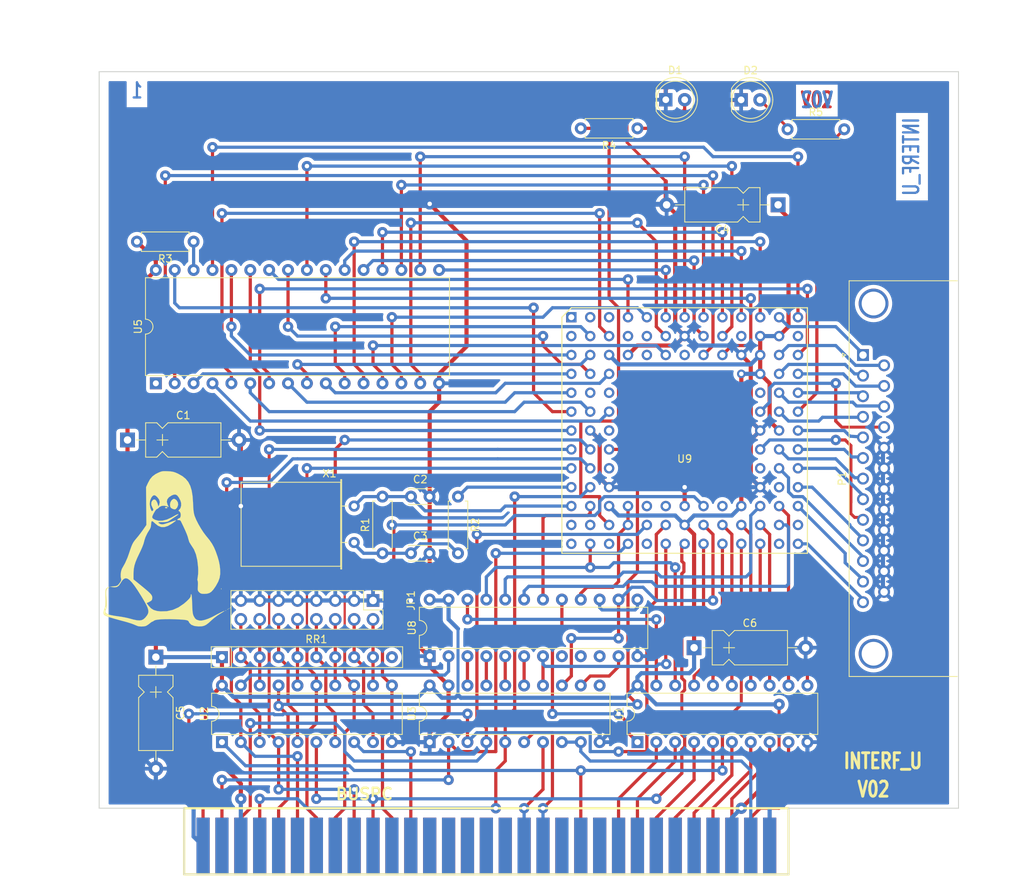
<source format=kicad_pcb>
(kicad_pcb (version 20191123) (host pcbnew "(5.99.0-593-g496f3d49e-dirty)")
  (title_block (title "Demo") (rev "2.C") (company "Kicad"))
  (layers (0 "top_copper" signal) (31 "bottom_copper" signal) (34 "B.Paste" user) (35 "F.Paste" user) (36 "B.SilkS" user) (37 "F.SilkS" user) (38 "B.Mask" user) (39 "F.Mask" user) (44 "Edge.Cuts" user))
  (net 0 "")
  (net 1 "/8MH-OUT")
  (net 2 "/ACK")
  (net 3 "/AUTOFD-")
  (net 4 "/BIT0")
  (net 5 "/BIT1")
  (net 6 "/BIT2")
  (net 7 "/BIT3")
  (net 8 "/BIT4")
  (net 9 "/BIT5")
  (net 10 "/BIT6")
  (net 11 "/BIT7")
  (net 12 "/BUST+")
  (net 13 "/CLKLCA")
  (net 14 "/CS1-")
  (net 15 "/D0")
  (net 16 "/D1")
  (net 17 "/D2")
  (net 18 "/D3")
  (net 19 "/D4")
  (net 20 "/D5")
  (net 21 "/D6")
  (net 22 "/D7")
  (net 23 "/DIR")
  (net 24 "/DONE")
  (net 25 "/ENBBUF")
  (net 26 "/ERROR-")
  (net 27 "/INIT-")
  (net 28 "/LED1")
  (net 29 "/LED2")
  (net 30 "/MA0")
  (net 31 "/MA1")
  (net 32 "/MA10")
  (net 33 "/MA11")
  (net 34 "/MA12")
  (net 35 "/MA13")
  (net 36 "/MA14")
  (net 37 "/MA15")
  (net 38 "/MA16")
  (net 39 "/MA2")
  (net 40 "/MA3")
  (net 41 "/MA4")
  (net 42 "/MA5")
  (net 43 "/MA6")
  (net 44 "/MA7")
  (net 45 "/MA8")
  (net 46 "/MA9")
  (net 47 "/MATCHL")
  (net 48 "/MD0")
  (net 49 "/MD1")
  (net 50 "/MD2")
  (net 51 "/MD3")
  (net 52 "/MD4")
  (net 53 "/MD5")
  (net 54 "/MD6")
  (net 55 "/MD7")
  (net 56 "/OE-")
  (net 57 "/PC-A0")
  (net 58 "/PC-A1")
  (net 59 "/PC-A10")
  (net 60 "/PC-A11")
  (net 61 "/PC-A2")
  (net 62 "/PC-A3")
  (net 63 "/PC-A4")
  (net 64 "/PC-A5")
  (net 65 "/PC-A6")
  (net 66 "/PC-A7")
  (net 67 "/PC-A8")
  (net 68 "/PC-A9")
  (net 69 "/PC-AEN")
  (net 70 "/PC-DB0")
  (net 71 "/PC-DB1")
  (net 72 "/PC-DB2")
  (net 73 "/PC-DB3")
  (net 74 "/PC-DB4")
  (net 75 "/PC-DB5")
  (net 76 "/PC-DB6")
  (net 77 "/PC-DB7")
  (net 78 "/PC-IOR")
  (net 79 "/PC-IOW")
  (net 80 "/PC-RD")
  (net 81 "/PC-RST")
  (net 82 "/PC-WR")
  (net 83 "/PE+")
  (net 84 "/PROG-")
  (net 85 "/REF10")
  (net 86 "/REF11")
  (net 87 "/REF4")
  (net 88 "/REF5")
  (net 89 "/REF6")
  (net 90 "/REF7")
  (net 91 "/REF8")
  (net 92 "/REF9")
  (net 93 "/RSTL")
  (net 94 "/SEL_LPT")
  (net 95 "/SLCT+")
  (net 96 "/SLCTIN-")
  (net 97 "/STROBE")
  (net 98 "/WR-")
  (net 99 "/WR_REG")
  (net 100 "GND")
  (net 101 "VCC")
  (net 102 "Net-(C2-Pad1)")
  (net 103 "Net-(C3-Pad1)")
  (net 104 "Net-(R3-Pad1)")
  (net 105 "Net-(U3-Pad15)")
  (net 106 "Net-(U3-Pad16)")
  (net 107 "Net-(U3-Pad17)")
  (net 108 "Net-(U3-Pad18)")
  (net 109 "Net-(D1-Pad2)")
  (net 110 "Net-(D2-Pad2)")
  (net 111 "Net-(BUS1-Pad4)")
  (net 112 "Net-(BUS1-Pad5)")
  (net 113 "Net-(BUS1-Pad6)")
  (net 114 "Net-(BUS1-Pad7)")
  (net 115 "Net-(BUS1-Pad8)")
  (net 116 "Net-(BUS1-Pad9)")
  (net 117 "Net-(BUS1-Pad10)")
  (net 118 "Net-(BUS1-Pad11)")
  (net 119 "Net-(BUS1-Pad12)")
  (net 120 "Net-(BUS1-Pad15)")
  (net 121 "Net-(BUS1-Pad16)")
  (net 122 "Net-(BUS1-Pad17)")
  (net 123 "Net-(BUS1-Pad18)")
  (net 124 "Net-(BUS1-Pad19)")
  (net 125 "Net-(BUS1-Pad20)")
  (net 126 "Net-(BUS1-Pad21)")
  (net 127 "Net-(BUS1-Pad22)")
  (net 128 "Net-(BUS1-Pad23)")
  (net 129 "Net-(BUS1-Pad24)")
  (net 130 "Net-(BUS1-Pad25)")
  (net 131 "Net-(BUS1-Pad26)")
  (net 132 "Net-(BUS1-Pad27)")
  (net 133 "Net-(BUS1-Pad28)")
  (net 134 "Net-(BUS1-Pad30)")
  (net 135 "Net-(BUS1-Pad32)")
  (net 136 "Net-(BUS1-Pad41)")
  (net 137 "Net-(BUS1-Pad43)")
  (net 138 "Net-(BUS1-Pad44)")
  (net 139 "Net-(BUS1-Pad45)")
  (net 140 "Net-(BUS1-Pad46)")
  (net 141 "Net-(BUS1-Pad47)")
  (net 142 "Net-(BUS1-Pad48)")
  (net 143 "Net-(BUS1-Pad49)")
  (net 144 "Net-(BUS1-Pad50)")
  (net 145 "Net-(RR1-Pad10)")
  (net 146 "Net-(U3-Pad11)")
  (net 147 "Net-(U9-PadN1)")
  (net 148 "Net-(U9-PadN3)")
  (net 149 "Net-(U9-PadM1)")
  (net 150 "Net-(U9-PadM2)")
  (net 151 "Net-(U9-PadJ3)")
  (net 152 "Net-(U9-PadE2)")
  (net 153 "Net-(U9-PadE3)")
  (net 154 "Net-(U9-PadC5)")
  (net 155 "Net-(U9-PadB1)")
  (net 156 "Net-(U9-PadB4)")
  (net 157 "Net-(U9-PadB5)")
  (net 158 "Net-(U9-PadB10)")
  (net 159 "Net-(U9-PadB13)")
  (net 160 "Net-(U9-PadA1)")
  (net 161 "Net-(U9-PadA2)")
  (net 162 "Net-(U9-PadA3)")
  (net 163 "Net-(U9-PadN5)")
  (net 164 "Net-(U9-PadN12)")
  (net 165 "Net-(U9-PadL5)")
  (net 166 "Net-(U9-PadL6)")
  (net 167 "Net-(U9-PadL9)")
  (net 168 "Net-(U9-PadK12)")
  (net 169 "Net-(U9-PadJ11)")
  (net 170 "Net-(U9-PadE11)")
  (net 171 "Net-(U8-Pad8)")
  (net 172 "Net-(U8-Pad9)")
  (net 173 "Net-(U8-Pad10)")
  (module "Connector_PinHeader_2.54mm:PinHeader_2x08_P2.54mm_Vertical" (layer "top_copper") (at 116.205 105.41 -90)
    (fp_text reference "JP1" (at 0 -5.1 -90) (layer "F.SilkS"))
    (fp_text value "CONN_8X2" hide)
    (pad "16" thru_hole oval (at 2.54 17.78 270) (size 1.7 1.7) (drill 1) (layers *.Cu *.Mask) (net 88 "/REF5"))
    (pad "15" thru_hole oval (at 0 17.78 270) (size 1.7 1.7) (drill 1) (layers *.Cu *.Mask) (net 100 "GND"))
    (pad "14" thru_hole oval (at 2.54 15.24 270) (size 1.7 1.7) (drill 1) (layers *.Cu *.Mask) (net 87 "/REF4"))
    (pad "13" thru_hole oval (at 0 15.24 270) (size 1.7 1.7) (drill 1) (layers *.Cu *.Mask) (net 100 "GND"))
    (pad "12" thru_hole oval (at 2.54 12.7 270) (size 1.7 1.7) (drill 1) (layers *.Cu *.Mask) (net 91 "/REF8"))
    (pad "11" thru_hole oval (at 0 12.7 270) (size 1.7 1.7) (drill 1) (layers *.Cu *.Mask) (net 100 "GND"))
    (pad "10" thru_hole oval (at 2.54 10.16 270) (size 1.7 1.7) (drill 1) (layers *.Cu *.Mask) (net 89 "/REF6"))
    (pad "9" thru_hole oval (at 0 10.16 270) (size 1.7 1.7) (drill 1) (layers *.Cu *.Mask) (net 100 "GND"))
    (pad "8" thru_hole oval (at 2.54 7.62 270) (size 1.7 1.7) (drill 1) (layers *.Cu *.Mask) (net 92 "/REF9"))
    (pad "7" thru_hole oval (at 0 7.62 270) (size 1.7 1.7) (drill 1) (layers *.Cu *.Mask) (net 100 "GND"))
    (pad "6" thru_hole oval (at 2.54 5.08 270) (size 1.7 1.7) (drill 1) (layers *.Cu *.Mask) (net 90 "/REF7"))
    (pad "5" thru_hole oval (at 0 5.08 270) (size 1.7 1.7) (drill 1) (layers *.Cu *.Mask) (net 100 "GND"))
    (pad "4" thru_hole oval (at 2.54 2.54 270) (size 1.7 1.7) (drill 1) (layers *.Cu *.Mask) (net 86 "/REF11"))
    (pad "3" thru_hole oval (at 0 2.54 270) (size 1.7 1.7) (drill 1) (layers *.Cu *.Mask) (net 100 "GND"))
    (pad "2" thru_hole oval (at 2.54 0 270) (size 1.7 1.7) (drill 1) (layers *.Cu *.Mask) (net 85 "/REF10"))
    (pad "1" thru_hole rect (at 0 0 270) (size 1.7 1.7) (drill 1) (layers *.Cu *.Mask) (net 100 "GND"))
  )
  (module "Resistor_THT:R_Axial_DIN0207_L6.3mm_D2.5mm_P7.62mm_Horizontal" (layer "top_copper") (at 117.475 99.06 90)
    (fp_text reference "R1" (at 3.81 -2.31 90) (layer "F.SilkS"))
    (fp_text value "100K")
    (pad "2" thru_hole oval (at 7.62 0 90) (size 1.6 1.6) (drill 0.8) (layers *.Cu *.Mask) (net 102 "Net-(C2-Pad1)"))
    (pad "1" thru_hole circle (at 0 0 90) (size 1.6 1.6) (drill 0.8) (layers *.Cu *.Mask) (net 103 "Net-(C3-Pad1)"))
  )
  (module "Resistor_THT:R_Axial_DIN0207_L6.3mm_D2.5mm_P7.62mm_Horizontal" (layer "top_copper") (at 127.635 91.44 -90)
    (fp_text reference "R2" (at 3.81 -2.31 -90) (layer "F.SilkS"))
    (fp_text value "1K")
    (pad "2" thru_hole oval (at 7.62 0 270) (size 1.6 1.6) (drill 0.8) (layers *.Cu *.Mask) (net 103 "Net-(C3-Pad1)"))
    (pad "1" thru_hole circle (at 0 0 270) (size 1.6 1.6) (drill 0.8) (layers *.Cu *.Mask) (net 1 "/8MH-OUT"))
  )
  (module "Resistor_THT:R_Axial_DIN0207_L6.3mm_D2.5mm_P7.62mm_Horizontal" (layer "top_copper") (at 92.075 57.15 180)
    (fp_text reference "R3" (at 3.81 -2.31 180) (layer "F.SilkS"))
    (fp_text value "10K")
    (pad "2" thru_hole oval (at 7.62 0 180) (size 1.6 1.6) (drill 0.8) (layers *.Cu *.Mask) (net 101 "VCC"))
    (pad "1" thru_hole circle (at 0 0 180) (size 1.6 1.6) (drill 0.8) (layers *.Cu *.Mask) (net 104 "Net-(R3-Pad1)"))
  )
  (module "Resistor_THT:R_Axial_DIN0207_L6.3mm_D2.5mm_P7.62mm_Horizontal" (layer "top_copper") (at 151.765 41.91 180)
    (fp_text reference "R4" (at 3.81 -2.31 180) (layer "F.SilkS"))
    (fp_text value "330")
    (pad "2" thru_hole oval (at 7.62 0 180) (size 1.6 1.6) (drill 0.8) (layers *.Cu *.Mask) (net 28 "/LED1"))
    (pad "1" thru_hole circle (at 0 0 180) (size 1.6 1.6) (drill 0.8) (layers *.Cu *.Mask) (net 109 "Net-(D1-Pad2)"))
  )
  (module "Resistor_THT:R_Axial_DIN0207_L6.3mm_D2.5mm_P7.62mm_Horizontal" (layer "top_copper") (at 171.958 42.037)
    (fp_text reference "R5" (at 3.81 -2.31) (layer "F.SilkS"))
    (fp_text value "330")
    (pad "2" thru_hole oval (at 7.62 0) (size 1.6 1.6) (drill 0.8) (layers *.Cu *.Mask) (net 29 "/LED2"))
    (pad "1" thru_hole circle (at 0 0) (size 1.6 1.6) (drill 0.8) (layers *.Cu *.Mask) (net 110 "Net-(D2-Pad2)"))
  )
  (module "interf_u:BUS_PC" (layer "top_copper") (at 131.445 138.43)
    (fp_text reference "BUS1" hide)
    (fp_text value "BUSPC" (at -16.4 -7) (layer "F.SilkS") (effects (font (size 1.524 1.524) (thickness 0.3048))))
    (pad "62" connect rect (at -38.1 0) (size 1.778 7.62) (layers "top_copper" "F.Mask") (net 57 "/PC-A0"))
    (pad "61" connect rect (at -35.56 0) (size 1.778 7.62) (layers "top_copper" "F.Mask") (net 58 "/PC-A1"))
    (pad "60" connect rect (at -33.02 0) (size 1.778 7.62) (layers "top_copper" "F.Mask") (net 61 "/PC-A2"))
    (pad "59" connect rect (at -30.48 0) (size 1.778 7.62) (layers "top_copper" "F.Mask") (net 62 "/PC-A3"))
    (pad "58" connect rect (at -27.94 0) (size 1.778 7.62) (layers "top_copper" "F.Mask") (net 63 "/PC-A4"))
    (pad "57" connect rect (at -25.4 0) (size 1.778 7.62) (layers "top_copper" "F.Mask") (net 64 "/PC-A5"))
    (pad "56" connect rect (at -22.86 0) (size 1.778 7.62) (layers "top_copper" "F.Mask") (net 65 "/PC-A6"))
    (pad "55" connect rect (at -20.32 0) (size 1.778 7.62) (layers "top_copper" "F.Mask") (net 66 "/PC-A7"))
    (pad "54" connect rect (at -17.78 0) (size 1.778 7.62) (layers "top_copper" "F.Mask") (net 67 "/PC-A8"))
    (pad "53" connect rect (at -15.24 0) (size 1.778 7.62) (layers "top_copper" "F.Mask") (net 68 "/PC-A9"))
    (pad "52" connect rect (at -12.7 0) (size 1.778 7.62) (layers "top_copper" "F.Mask") (net 59 "/PC-A10"))
    (pad "51" connect rect (at -10.16 0) (size 1.778 7.62) (layers "top_copper" "F.Mask") (net 60 "/PC-A11"))
    (pad "50" connect rect (at -7.62 0) (size 1.778 7.62) (layers "top_copper" "F.Mask") (net 144 "Net-(BUS1-Pad50)"))
    (pad "49" connect rect (at -5.08 0) (size 1.778 7.62) (layers "top_copper" "F.Mask") (net 143 "Net-(BUS1-Pad49)"))
    (pad "48" connect rect (at -2.54 0) (size 1.778 7.62) (layers "top_copper" "F.Mask") (net 142 "Net-(BUS1-Pad48)"))
    (pad "47" connect rect (at 0 0) (size 1.778 7.62) (layers "top_copper" "F.Mask") (net 141 "Net-(BUS1-Pad47)"))
    (pad "46" connect rect (at 2.54 0) (size 1.778 7.62) (layers "top_copper" "F.Mask") (net 140 "Net-(BUS1-Pad46)"))
    (pad "45" connect rect (at 5.08 0) (size 1.778 7.62) (layers "top_copper" "F.Mask") (net 139 "Net-(BUS1-Pad45)"))
    (pad "44" connect rect (at 7.62 0) (size 1.778 7.62) (layers "top_copper" "F.Mask") (net 138 "Net-(BUS1-Pad44)"))
    (pad "43" connect rect (at 10.16 0) (size 1.778 7.62) (layers "top_copper" "F.Mask") (net 137 "Net-(BUS1-Pad43)"))
    (pad "42" connect rect (at 12.7 0) (size 1.778 7.62) (layers "top_copper" "F.Mask") (net 69 "/PC-AEN"))
    (pad "41" connect rect (at 15.24 0) (size 1.778 7.62) (layers "top_copper" "F.Mask") (net 136 "Net-(BUS1-Pad41)"))
    (pad "40" connect rect (at 17.78 0) (size 1.778 7.62) (layers "top_copper" "F.Mask") (net 70 "/PC-DB0"))
    (pad "39" connect rect (at 20.32 0) (size 1.778 7.62) (layers "top_copper" "F.Mask") (net 71 "/PC-DB1"))
    (pad "38" connect rect (at 22.86 0) (size 1.778 7.62) (layers "top_copper" "F.Mask") (net 72 "/PC-DB2"))
    (pad "37" connect rect (at 25.4 0) (size 1.778 7.62) (layers "top_copper" "F.Mask") (net 73 "/PC-DB3"))
    (pad "36" connect rect (at 27.94 0) (size 1.778 7.62) (layers "top_copper" "F.Mask") (net 74 "/PC-DB4"))
    (pad "35" connect rect (at 30.48 0) (size 1.778 7.62) (layers "top_copper" "F.Mask") (net 75 "/PC-DB5"))
    (pad "34" connect rect (at 33.02 0) (size 1.778 7.62) (layers "top_copper" "F.Mask") (net 76 "/PC-DB6"))
    (pad "33" connect rect (at 35.56 0) (size 1.778 7.62) (layers "top_copper" "F.Mask") (net 77 "/PC-DB7"))
    (pad "32" connect rect (at 38.1 0) (size 1.778 7.62) (layers "top_copper" "F.Mask") (net 135 "Net-(BUS1-Pad32)"))
    (pad "31" connect rect (at -38.1 0) (size 1.778 7.62) (layers "bottom_copper" "B.Mask") (net 100 "GND"))
    (pad "30" connect rect (at -35.56 0) (size 1.778 7.62) (layers "bottom_copper" "B.Mask") (net 134 "Net-(BUS1-Pad30)"))
    (pad "29" connect rect (at -33.02 0) (size 1.778 7.62) (layers "bottom_copper" "B.Mask") (net 101 "VCC"))
    (pad "28" connect rect (at -30.48 0) (size 1.778 7.62) (layers "bottom_copper" "B.Mask") (net 133 "Net-(BUS1-Pad28)"))
    (pad "27" connect rect (at -27.94 0) (size 1.778 7.62) (layers "bottom_copper" "B.Mask") (net 132 "Net-(BUS1-Pad27)"))
    (pad "26" connect rect (at -25.4 0) (size 1.778 7.62) (layers "bottom_copper" "B.Mask") (net 131 "Net-(BUS1-Pad26)"))
    (pad "25" connect rect (at -22.86 0) (size 1.778 7.62) (layers "bottom_copper" "B.Mask") (net 130 "Net-(BUS1-Pad25)"))
    (pad "24" connect rect (at -20.32 0) (size 1.778 7.62) (layers "bottom_copper" "B.Mask") (net 129 "Net-(BUS1-Pad24)"))
    (pad "23" connect rect (at -17.78 0) (size 1.778 7.62) (layers "bottom_copper" "B.Mask") (net 128 "Net-(BUS1-Pad23)"))
    (pad "22" connect rect (at -15.24 0) (size 1.778 7.62) (layers "bottom_copper" "B.Mask") (net 127 "Net-(BUS1-Pad22)"))
    (pad "21" connect rect (at -12.7 0) (size 1.778 7.62) (layers "bottom_copper" "B.Mask") (net 126 "Net-(BUS1-Pad21)"))
    (pad "20" connect rect (at -10.16 0) (size 1.778 7.62) (layers "bottom_copper" "B.Mask") (net 125 "Net-(BUS1-Pad20)"))
    (pad "19" connect rect (at -7.62 0) (size 1.778 7.62) (layers "bottom_copper" "B.Mask") (net 124 "Net-(BUS1-Pad19)"))
    (pad "18" connect rect (at -5.08 0) (size 1.778 7.62) (layers "bottom_copper" "B.Mask") (net 123 "Net-(BUS1-Pad18)"))
    (pad "17" connect rect (at -2.54 0) (size 1.778 7.62) (layers "bottom_copper" "B.Mask") (net 122 "Net-(BUS1-Pad17)"))
    (pad "16" connect rect (at 0 0) (size 1.778 7.62) (layers "bottom_copper" "B.Mask") (net 121 "Net-(BUS1-Pad16)"))
    (pad "15" connect rect (at 2.54 0) (size 1.778 7.62) (layers "bottom_copper" "B.Mask") (net 120 "Net-(BUS1-Pad15)"))
    (pad "14" connect rect (at 5.08 0) (size 1.778 7.62) (layers "bottom_copper" "B.Mask") (net 78 "/PC-IOR"))
    (pad "13" connect rect (at 7.62 0) (size 1.778 7.62) (layers "bottom_copper" "B.Mask") (net 79 "/PC-IOW"))
    (pad "12" connect rect (at 10.16 0) (size 1.778 7.62) (layers "bottom_copper" "B.Mask") (net 119 "Net-(BUS1-Pad12)"))
    (pad "11" connect rect (at 12.7 0) (size 1.778 7.62) (layers "bottom_copper" "B.Mask") (net 118 "Net-(BUS1-Pad11)"))
    (pad "10" connect rect (at 15.24 0) (size 1.778 7.62) (layers "bottom_copper" "B.Mask") (net 117 "Net-(BUS1-Pad10)"))
    (pad "9" connect rect (at 17.78 0) (size 1.778 7.62) (layers "bottom_copper" "B.Mask") (net 116 "Net-(BUS1-Pad9)"))
    (pad "8" connect rect (at 20.32 0) (size 1.778 7.62) (layers "bottom_copper" "B.Mask") (net 115 "Net-(BUS1-Pad8)"))
    (pad "7" connect rect (at 22.86 0) (size 1.778 7.62) (layers "bottom_copper" "B.Mask") (net 114 "Net-(BUS1-Pad7)"))
    (pad "6" connect rect (at 25.4 0) (size 1.778 7.62) (layers "bottom_copper" "B.Mask") (net 113 "Net-(BUS1-Pad6)"))
    (pad "5" connect rect (at 27.94 0) (size 1.778 7.62) (layers "bottom_copper" "B.Mask") (net 112 "Net-(BUS1-Pad5)"))
    (pad "4" connect rect (at 30.48 0) (size 1.778 7.62) (layers "bottom_copper" "B.Mask") (net 111 "Net-(BUS1-Pad4)"))
    (pad "3" connect rect (at 33.02 0) (size 1.778 7.62) (layers "bottom_copper" "B.Mask") (net 101 "VCC"))
    (pad "2" connect rect (at 35.56 0) (size 1.778 7.62) (layers "bottom_copper" "B.Mask") (net 81 "/PC-RST"))
    (pad "1" connect rect (at 38.1 0) (size 1.778 7.62) (layers "bottom_copper" "B.Mask") (net 100 "GND"))
  )
  (module "interf_u:PGA120" (layer "top_copper") (at 158.115 82.55 180)
    (fp_text reference "U9" (at 0 -3.81 180) (layer "F.SilkS"))
    (fp_text value "4003APG120")
    (pad "N1" thru_hole circle (at 15.24 -15.24 180) (size 1.4 1.4) (drill 0.8) (layers *.Cu *.Mask) (net 147 "Net-(U9-PadN1)"))
    (pad "N2" thru_hole circle (at 12.7 -15.24 180) (size 1.4 1.4) (drill 0.8) (layers *.Cu *.Mask) (net 15 "/D0"))
    (pad "N3" thru_hole circle (at 10.16 -15.24 180) (size 1.4 1.4) (drill 0.8) (layers *.Cu *.Mask) (net 148 "Net-(U9-PadN3)"))
    (pad "M1" thru_hole circle (at 15.24 -12.7 180) (size 1.4 1.4) (drill 0.8) (layers *.Cu *.Mask) (net 149 "Net-(U9-PadM1)"))
    (pad "M2" thru_hole circle (at 12.7 -12.7 180) (size 1.4 1.4) (drill 0.8) (layers *.Cu *.Mask) (net 150 "Net-(U9-PadM2)"))
    (pad "M3" thru_hole circle (at 10.16 -12.7 180) (size 1.4 1.4) (drill 0.8) (layers *.Cu *.Mask) (net 28 "/LED1"))
    (pad "L1" thru_hole circle (at 15.24 -10.16 180) (size 1.4 1.4) (drill 0.8) (layers *.Cu *.Mask) (net 102 "Net-(C2-Pad1)"))
    (pad "L2" thru_hole circle (at 12.7 -10.16 180) (size 1.4 1.4) (drill 0.8) (layers *.Cu *.Mask) (net 94 "/SEL_LPT"))
    (pad "L3" thru_hole circle (at 10.16 -10.16 180) (size 1.4 1.4) (drill 0.8) (layers *.Cu *.Mask) (net 101 "VCC"))
    (pad "K1" thru_hole circle (at 15.24 -7.62 180) (size 1.4 1.4) (drill 0.8) (layers *.Cu *.Mask) (net 1 "/8MH-OUT"))
    (pad "K2" thru_hole circle (at 12.7 -7.62 180) (size 1.4 1.4) (drill 0.8) (layers *.Cu *.Mask) (net 62 "/PC-A3"))
    (pad "K3" thru_hole circle (at 10.16 -7.62 180) (size 1.4 1.4) (drill 0.8) (layers *.Cu *.Mask) (net 100 "GND"))
    (pad "J1" thru_hole circle (at 15.24 -5.08 180) (size 1.4 1.4) (drill 0.8) (layers *.Cu *.Mask) (net 65 "/PC-A6"))
    (pad "J2" thru_hole circle (at 12.7 -5.08 180) (size 1.4 1.4) (drill 0.8) (layers *.Cu *.Mask) (net 64 "/PC-A5"))
    (pad "J3" thru_hole circle (at 10.16 -5.08 180) (size 1.4 1.4) (drill 0.8) (layers *.Cu *.Mask) (net 151 "Net-(U9-PadJ3)"))
    (pad "H1" thru_hole circle (at 15.24 -2.54 180) (size 1.4 1.4) (drill 0.8) (layers *.Cu *.Mask) (net 67 "/PC-A8"))
    (pad "H2" thru_hole circle (at 12.7 -2.54 180) (size 1.4 1.4) (drill 0.8) (layers *.Cu *.Mask) (net 66 "/PC-A7"))
    (pad "H3" thru_hole circle (at 10.16 -2.54 180) (size 1.4 1.4) (drill 0.8) (layers *.Cu *.Mask) (net 63 "/PC-A4"))
    (pad "G1" thru_hole circle (at 15.24 0 180) (size 1.4 1.4) (drill 0.8) (layers *.Cu *.Mask) (net 45 "/MA8"))
    (pad "G2" thru_hole circle (at 12.7 0 180) (size 1.4 1.4) (drill 0.8) (layers *.Cu *.Mask) (net 100 "GND"))
    (pad "G3" thru_hole circle (at 10.16 0 180) (size 1.4 1.4) (drill 0.8) (layers *.Cu *.Mask))
    (pad "F1" thru_hole circle (at 15.24 2.54 180) (size 1.4 1.4) (drill 0.8) (layers *.Cu *.Mask) (net 37 "/MA15"))
    (pad "F2" thru_hole circle (at 12.7 2.54 180) (size 1.4 1.4) (drill 0.8) (layers *.Cu *.Mask) (net 43 "/MA6"))
    (pad "F3" thru_hole circle (at 10.16 2.54 180) (size 1.4 1.4) (drill 0.8) (layers *.Cu *.Mask) (net 34 "/MA12"))
    (pad "E1" thru_hole circle (at 15.24 5.08 180) (size 1.4 1.4) (drill 0.8) (layers *.Cu *.Mask) (net 41 "/MA4"))
    (pad "E2" thru_hole circle (at 12.7 5.08 180) (size 1.4 1.4) (drill 0.8) (layers *.Cu *.Mask) (net 152 "Net-(U9-PadE2)"))
    (pad "E3" thru_hole circle (at 10.16 5.08 180) (size 1.4 1.4) (drill 0.8) (layers *.Cu *.Mask) (net 153 "Net-(U9-PadE3)"))
    (pad "D1" thru_hole circle (at 15.24 7.62 180) (size 1.4 1.4) (drill 0.8) (layers *.Cu *.Mask) (net 36 "/MA14"))
    (pad "D2" thru_hole circle (at 12.7 7.62 180) (size 1.4 1.4) (drill 0.8) (layers *.Cu *.Mask) (net 33 "/MA11"))
    (pad "D3" thru_hole circle (at 10.16 7.62 180) (size 1.4 1.4) (drill 0.8) (layers *.Cu *.Mask) (net 39 "/MA2"))
    (pad "C1" thru_hole circle (at 15.24 10.16 180) (size 1.4 1.4) (drill 0.8) (layers *.Cu *.Mask) (net 35 "/MA13"))
    (pad "C2" thru_hole circle (at 12.7 10.16 180) (size 1.4 1.4) (drill 0.8) (layers *.Cu *.Mask) (net 40 "/MA3"))
    (pad "C3" thru_hole circle (at 10.16 10.16 180) (size 1.4 1.4) (drill 0.8) (layers *.Cu *.Mask) (net 101 "VCC"))
    (pad "C4" thru_hole circle (at 7.62 10.16 180) (size 1.4 1.4) (drill 0.8) (layers *.Cu *.Mask) (net 100 "GND"))
    (pad "C5" thru_hole circle (at 5.08 10.16 180) (size 1.4 1.4) (drill 0.8) (layers *.Cu *.Mask) (net 154 "Net-(U9-PadC5)"))
    (pad "C6" thru_hole circle (at 2.54 10.16 180) (size 1.4 1.4) (drill 0.8) (layers *.Cu *.Mask) (net 48 "/MD0"))
    (pad "C7" thru_hole circle (at 0 10.16 180) (size 1.4 1.4) (drill 0.8) (layers *.Cu *.Mask))
    (pad "C8" thru_hole circle (at -2.54 10.16 180) (size 1.4 1.4) (drill 0.8) (layers *.Cu *.Mask) (net 38 "/MA16"))
    (pad "C9" thru_hole circle (at -5.08 10.16 180) (size 1.4 1.4) (drill 0.8) (layers *.Cu *.Mask) (net 32 "/MA10"))
    (pad "C10" thru_hole circle (at -7.62 10.16 180) (size 1.4 1.4) (drill 0.8) (layers *.Cu *.Mask) (net 100 "GND"))
    (pad "C11" thru_hole circle (at -10.16 10.16 180) (size 1.4 1.4) (drill 0.8) (layers *.Cu *.Mask) (net 101 "VCC"))
    (pad "C12" thru_hole circle (at -12.7 10.16 180) (size 1.4 1.4) (drill 0.8) (layers *.Cu *.Mask) (net 3 "/AUTOFD-"))
    (pad "C13" thru_hole circle (at -15.24 10.16 180) (size 1.4 1.4) (drill 0.8) (layers *.Cu *.Mask) (net 42 "/MA5"))
    (pad "B1" thru_hole circle (at 15.24 12.7 180) (size 1.4 1.4) (drill 0.8) (layers *.Cu *.Mask) (net 155 "Net-(U9-PadB1)"))
    (pad "B2" thru_hole circle (at 12.7 12.7 180) (size 1.4 1.4) (drill 0.8) (layers *.Cu *.Mask) (net 31 "/MA1"))
    (pad "B3" thru_hole circle (at 10.16 12.7 180) (size 1.4 1.4) (drill 0.8) (layers *.Cu *.Mask) (net 44 "/MA7"))
    (pad "B4" thru_hole circle (at 7.62 12.7 180) (size 1.4 1.4) (drill 0.8) (layers *.Cu *.Mask) (net 156 "Net-(U9-PadB4)"))
    (pad "B5" thru_hole circle (at 5.08 12.7 180) (size 1.4 1.4) (drill 0.8) (layers *.Cu *.Mask) (net 157 "Net-(U9-PadB5)"))
    (pad "B6" thru_hole circle (at 2.54 12.7 180) (size 1.4 1.4) (drill 0.8) (layers *.Cu *.Mask) (net 50 "/MD2"))
    (pad "B7" thru_hole circle (at 0 12.7 180) (size 1.4 1.4) (drill 0.8) (layers *.Cu *.Mask) (net 100 "GND"))
    (pad "B8" thru_hole circle (at -2.54 12.7 180) (size 1.4 1.4) (drill 0.8) (layers *.Cu *.Mask) (net 55 "/MD7"))
    (pad "B9" thru_hole circle (at -5.08 12.7 180) (size 1.4 1.4) (drill 0.8) (layers *.Cu *.Mask) (net 56 "/OE-"))
    (pad "B10" thru_hole circle (at -7.62 12.7 180) (size 1.4 1.4) (drill 0.8) (layers *.Cu *.Mask) (net 158 "Net-(U9-PadB10)"))
    (pad "B11" thru_hole circle (at -10.16 12.7 180) (size 1.4 1.4) (drill 0.8) (layers *.Cu *.Mask) (net 101 "VCC"))
    (pad "B12" thru_hole circle (at -12.7 12.7 180) (size 1.4 1.4) (drill 0.8) (layers *.Cu *.Mask) (net 101 "VCC"))
    (pad "B13" thru_hole circle (at -15.24 12.7 180) (size 1.4 1.4) (drill 0.8) (layers *.Cu *.Mask) (net 159 "Net-(U9-PadB13)"))
    (pad "A1" thru_hole rect (at 15.24 15.24 180) (size 1.4 1.4) (drill 0.8) (layers *.Cu *.Mask) (net 160 "Net-(U9-PadA1)"))
    (pad "A2" thru_hole circle (at 12.7 15.24 180) (size 1.4 1.4) (drill 0.8) (layers *.Cu *.Mask) (net 161 "Net-(U9-PadA2)"))
    (pad "A3" thru_hole circle (at 10.16 15.24 180) (size 1.4 1.4) (drill 0.8) (layers *.Cu *.Mask) (net 162 "Net-(U9-PadA3)"))
    (pad "A4" thru_hole circle (at 7.62 15.24 180) (size 1.4 1.4) (drill 0.8) (layers *.Cu *.Mask) (net 46 "/MA9"))
    (pad "A5" thru_hole circle (at 5.08 15.24 180) (size 1.4 1.4) (drill 0.8) (layers *.Cu *.Mask) (net 49 "/MD1"))
    (pad "A6" thru_hole circle (at 2.54 15.24 180) (size 1.4 1.4) (drill 0.8) (layers *.Cu *.Mask) (net 51 "/MD3"))
    (pad "A7" thru_hole circle (at 0 15.24 180) (size 1.4 1.4) (drill 0.8) (layers *.Cu *.Mask) (net 52 "/MD4"))
    (pad "A8" thru_hole circle (at -2.54 15.24 180) (size 1.4 1.4) (drill 0.8) (layers *.Cu *.Mask) (net 53 "/MD5"))
    (pad "A9" thru_hole circle (at -5.08 15.24 180) (size 1.4 1.4) (drill 0.8) (layers *.Cu *.Mask) (net 54 "/MD6"))
    (pad "A10" thru_hole circle (at -7.62 15.24 180) (size 1.4 1.4) (drill 0.8) (layers *.Cu *.Mask) (net 14 "/CS1-"))
    (pad "A11" thru_hole circle (at -10.16 15.24 180) (size 1.4 1.4) (drill 0.8) (layers *.Cu *.Mask) (net 30 "/MA0"))
    (pad "A12" thru_hole circle (at -12.7 15.24 180) (size 1.4 1.4) (drill 0.8) (layers *.Cu *.Mask) (net 97 "/STROBE"))
    (pad "A13" thru_hole circle (at -15.24 15.24 180) (size 1.4 1.4) (drill 0.8) (layers *.Cu *.Mask) (net 98 "/WR-"))
    (pad "N4" thru_hole circle (at 7.62 -15.24 180) (size 1.4 1.4) (drill 0.8) (layers *.Cu *.Mask) (net 58 "/PC-A1"))
    (pad "N5" thru_hole circle (at 5.08 -15.24 180) (size 1.4 1.4) (drill 0.8) (layers *.Cu *.Mask) (net 163 "Net-(U9-PadN5)"))
    (pad "N6" thru_hole circle (at 2.54 -15.24 180) (size 1.4 1.4) (drill 0.8) (layers *.Cu *.Mask) (net 82 "/PC-WR"))
    (pad "N7" thru_hole circle (at 0 -15.24 180) (size 1.4 1.4) (drill 0.8) (layers *.Cu *.Mask) (net 68 "/PC-A9"))
    (pad "N8" thru_hole circle (at -2.54 -15.24 180) (size 1.4 1.4) (drill 0.8) (layers *.Cu *.Mask) (net 16 "/D1"))
    (pad "N9" thru_hole circle (at -5.08 -15.24 180) (size 1.4 1.4) (drill 0.8) (layers *.Cu *.Mask) (net 17 "/D2"))
    (pad "N10" thru_hole circle (at -7.62 -15.24 180) (size 1.4 1.4) (drill 0.8) (layers *.Cu *.Mask) (net 69 "/PC-AEN"))
    (pad "N11" thru_hole circle (at -10.16 -15.24 180) (size 1.4 1.4) (drill 0.8) (layers *.Cu *.Mask) (net 20 "/D5"))
    (pad "N12" thru_hole circle (at -12.7 -15.24 180) (size 1.4 1.4) (drill 0.8) (layers *.Cu *.Mask) (net 164 "Net-(U9-PadN12)"))
    (pad "N13" thru_hole circle (at -15.24 -15.24 180) (size 1.4 1.4) (drill 0.8) (layers *.Cu *.Mask) (net 95 "/SLCT+"))
    (pad "M4" thru_hole circle (at 7.62 -12.7 180) (size 1.4 1.4) (drill 0.8) (layers *.Cu *.Mask) (net 13 "/CLKLCA"))
    (pad "M5" thru_hole circle (at 5.08 -12.7 180) (size 1.4 1.4) (drill 0.8) (layers *.Cu *.Mask) (net 61 "/PC-A2"))
    (pad "M6" thru_hole circle (at 2.54 -12.7 180) (size 1.4 1.4) (drill 0.8) (layers *.Cu *.Mask) (net 57 "/PC-A0"))
    (pad "M7" thru_hole circle (at 0 -12.7 180) (size 1.4 1.4) (drill 0.8) (layers *.Cu *.Mask) (net 101 "VCC"))
    (pad "M8" thru_hole circle (at -2.54 -12.7 180) (size 1.4 1.4) (drill 0.8) (layers *.Cu *.Mask) (net 80 "/PC-RD"))
    (pad "M9" thru_hole circle (at -5.08 -12.7 180) (size 1.4 1.4) (drill 0.8) (layers *.Cu *.Mask) (net 18 "/D3"))
    (pad "M10" thru_hole circle (at -7.62 -12.7 180) (size 1.4 1.4) (drill 0.8) (layers *.Cu *.Mask) (net 19 "/D4"))
    (pad "M11" thru_hole circle (at -10.16 -12.7 180) (size 1.4 1.4) (drill 0.8) (layers *.Cu *.Mask) (net 21 "/D6"))
    (pad "M12" thru_hole circle (at -12.7 -12.7 180) (size 1.4 1.4) (drill 0.8) (layers *.Cu *.Mask) (net 84 "/PROG-"))
    (pad "M13" thru_hole circle (at -15.24 -12.7 180) (size 1.4 1.4) (drill 0.8) (layers *.Cu *.Mask))
    (pad "L4" thru_hole circle (at 7.62 -10.16 180) (size 1.4 1.4) (drill 0.8) (layers *.Cu *.Mask) (net 13 "/CLKLCA"))
    (pad "L5" thru_hole circle (at 5.08 -10.16 180) (size 1.4 1.4) (drill 0.8) (layers *.Cu *.Mask) (net 165 "Net-(U9-PadL5)"))
    (pad "L6" thru_hole circle (at 2.54 -10.16 180) (size 1.4 1.4) (drill 0.8) (layers *.Cu *.Mask) (net 166 "Net-(U9-PadL6)"))
    (pad "L7" thru_hole circle (at 0 -10.16 180) (size 1.4 1.4) (drill 0.8) (layers *.Cu *.Mask) (net 100 "GND"))
    (pad "L8" thru_hole circle (at -2.54 -10.16 180) (size 1.4 1.4) (drill 0.8) (layers *.Cu *.Mask) (net 59 "/PC-A10"))
    (pad "L9" thru_hole circle (at -5.08 -10.16 180) (size 1.4 1.4) (drill 0.8) (layers *.Cu *.Mask) (net 167 "Net-(U9-PadL9)"))
    (pad "L10" thru_hole circle (at -7.62 -10.16 180) (size 1.4 1.4) (drill 0.8) (layers *.Cu *.Mask) (net 101 "VCC"))
    (pad "L11" thru_hole circle (at -10.16 -10.16 180) (size 1.4 1.4) (drill 0.8) (layers *.Cu *.Mask) (net 24 "/DONE"))
    (pad "L12" thru_hole circle (at -12.7 -10.16 180) (size 1.4 1.4) (drill 0.8) (layers *.Cu *.Mask) (net 22 "/D7"))
    (pad "L13" thru_hole circle (at -15.24 -10.16 180) (size 1.4 1.4) (drill 0.8) (layers *.Cu *.Mask) (net 83 "/PE+"))
    (pad "K11" thru_hole circle (at -10.16 -7.62 180) (size 1.4 1.4) (drill 0.8) (layers *.Cu *.Mask) (net 100 "GND"))
    (pad "K12" thru_hole circle (at -12.7 -7.62 180) (size 1.4 1.4) (drill 0.8) (layers *.Cu *.Mask) (net 168 "Net-(U9-PadK12)"))
    (pad "K13" thru_hole circle (at -15.24 -7.62 180) (size 1.4 1.4) (drill 0.8) (layers *.Cu *.Mask) (net 2 "/ACK"))
    (pad "J11" thru_hole circle (at -10.16 -5.08 180) (size 1.4 1.4) (drill 0.8) (layers *.Cu *.Mask) (net 169 "Net-(U9-PadJ11)"))
    (pad "J12" thru_hole circle (at -12.7 -5.08 180) (size 1.4 1.4) (drill 0.8) (layers *.Cu *.Mask) (net 12 "/BUST+"))
    (pad "J13" thru_hole circle (at -15.24 -5.08 180) (size 1.4 1.4) (drill 0.8) (layers *.Cu *.Mask) (net 10 "/BIT6"))
    (pad "H11" thru_hole circle (at -10.16 -2.54 180) (size 1.4 1.4) (drill 0.8) (layers *.Cu *.Mask) (net 11 "/BIT7"))
    (pad "H12" thru_hole circle (at -12.7 -2.54 180) (size 1.4 1.4) (drill 0.8) (layers *.Cu *.Mask) (net 9 "/BIT5"))
    (pad "H13" thru_hole circle (at -15.24 -2.54 180) (size 1.4 1.4) (drill 0.8) (layers *.Cu *.Mask) (net 8 "/BIT4"))
    (pad "G11" thru_hole circle (at -10.16 0 180) (size 1.4 1.4) (drill 0.8) (layers *.Cu *.Mask) (net 100 "GND"))
    (pad "G12" thru_hole circle (at -12.7 0 180) (size 1.4 1.4) (drill 0.8) (layers *.Cu *.Mask) (net 101 "VCC"))
    (pad "G13" thru_hole circle (at -15.24 0 180) (size 1.4 1.4) (drill 0.8) (layers *.Cu *.Mask) (net 7 "/BIT3"))
    (pad "F11" thru_hole circle (at -10.16 2.54 180) (size 1.4 1.4) (drill 0.8) (layers *.Cu *.Mask) (net 96 "/SLCTIN-"))
    (pad "F12" thru_hole circle (at -12.7 2.54 180) (size 1.4 1.4) (drill 0.8) (layers *.Cu *.Mask) (net 6 "/BIT2"))
    (pad "F13" thru_hole circle (at -15.24 2.54 180) (size 1.4 1.4) (drill 0.8) (layers *.Cu *.Mask) (net 29 "/LED2"))
    (pad "E11" thru_hole circle (at -10.16 5.08 180) (size 1.4 1.4) (drill 0.8) (layers *.Cu *.Mask) (net 170 "Net-(U9-PadE11)"))
    (pad "E12" thru_hole circle (at -12.7 5.08 180) (size 1.4 1.4) (drill 0.8) (layers *.Cu *.Mask) (net 27 "/INIT-"))
    (pad "E13" thru_hole circle (at -15.24 5.08 180) (size 1.4 1.4) (drill 0.8) (layers *.Cu *.Mask) (net 5 "/BIT1"))
    (pad "D11" thru_hole circle (at -10.16 7.62 180) (size 1.4 1.4) (drill 0.8) (layers *.Cu *.Mask) (net 101 "VCC"))
    (pad "D12" thru_hole circle (at -12.7 7.62 180) (size 1.4 1.4) (drill 0.8) (layers *.Cu *.Mask) (net 4 "/BIT0"))
    (pad "D13" thru_hole circle (at -15.24 7.62 180) (size 1.4 1.4) (drill 0.8) (layers *.Cu *.Mask) (net 26 "/ERROR-"))
  )
  (module "Resistor_THT:R_Array_SIP10" (layer "top_copper") (at 95.885 113.03)
    (fp_text reference "RR1" (at 12.7 -2.4) (layer "F.SilkS"))
    (fp_text value "9x1K")
    (pad "1" thru_hole rect (at 0 0) (size 1.6 1.6) (drill 0.8) (layers *.Cu *.Mask) (net 101 "VCC"))
    (pad "2" thru_hole oval (at 2.54 0) (size 1.6 1.6) (drill 0.8) (layers *.Cu *.Mask) (net 88 "/REF5"))
    (pad "3" thru_hole oval (at 5.08 0) (size 1.6 1.6) (drill 0.8) (layers *.Cu *.Mask) (net 87 "/REF4"))
    (pad "4" thru_hole oval (at 7.62 0) (size 1.6 1.6) (drill 0.8) (layers *.Cu *.Mask) (net 91 "/REF8"))
    (pad "5" thru_hole oval (at 10.16 0) (size 1.6 1.6) (drill 0.8) (layers *.Cu *.Mask) (net 89 "/REF6"))
    (pad "6" thru_hole oval (at 12.7 0) (size 1.6 1.6) (drill 0.8) (layers *.Cu *.Mask) (net 92 "/REF9"))
    (pad "7" thru_hole oval (at 15.24 0) (size 1.6 1.6) (drill 0.8) (layers *.Cu *.Mask) (net 90 "/REF7"))
    (pad "8" thru_hole oval (at 17.78 0) (size 1.6 1.6) (drill 0.8) (layers *.Cu *.Mask) (net 86 "/REF11"))
    (pad "9" thru_hole oval (at 20.32 0) (size 1.6 1.6) (drill 0.8) (layers *.Cu *.Mask) (net 85 "/REF10"))
    (pad "10" thru_hole oval (at 22.86 0) (size 1.6 1.6) (drill 0.8) (layers *.Cu *.Mask) (net 145 "Net-(RR1-Pad10)"))
  )
  (module "Connector_Dsub:DSUB-25_Female_Horizontal_P2.77x2.84mm_EdgePinOffset9.90mm_Housed_MountingHolesOffset11.32mm" (layer "top_copper") (at 182.1 72.4 90)
    (fp_text reference "P1" (at -16.62 -2.8 90) (layer "F.SilkS"))
    (fp_text value "DB25FEMELLE")
    (pad "1" thru_hole rect (at 0 0 90) (size 1.6 1.6) (drill 1) (layers *.Cu *.Mask) (net 97 "/STROBE"))
    (pad "2" thru_hole circle (at -2.77 0 90) (size 1.6 1.6) (drill 1) (layers *.Cu *.Mask) (net 4 "/BIT0"))
    (pad "3" thru_hole circle (at -5.54 0 90) (size 1.6 1.6) (drill 1) (layers *.Cu *.Mask) (net 5 "/BIT1"))
    (pad "4" thru_hole circle (at -8.31 0 90) (size 1.6 1.6) (drill 1) (layers *.Cu *.Mask) (net 6 "/BIT2"))
    (pad "5" thru_hole circle (at -11.08 0 90) (size 1.6 1.6) (drill 1) (layers *.Cu *.Mask) (net 7 "/BIT3"))
    (pad "6" thru_hole circle (at -13.85 0 90) (size 1.6 1.6) (drill 1) (layers *.Cu *.Mask) (net 8 "/BIT4"))
    (pad "7" thru_hole circle (at -16.62 0 90) (size 1.6 1.6) (drill 1) (layers *.Cu *.Mask) (net 9 "/BIT5"))
    (pad "8" thru_hole circle (at -19.39 0 90) (size 1.6 1.6) (drill 1) (layers *.Cu *.Mask) (net 10 "/BIT6"))
    (pad "9" thru_hole circle (at -22.16 0 90) (size 1.6 1.6) (drill 1) (layers *.Cu *.Mask) (net 11 "/BIT7"))
    (pad "10" thru_hole circle (at -24.93 0 90) (size 1.6 1.6) (drill 1) (layers *.Cu *.Mask) (net 2 "/ACK"))
    (pad "11" thru_hole circle (at -27.7 0 90) (size 1.6 1.6) (drill 1) (layers *.Cu *.Mask) (net 12 "/BUST+"))
    (pad "12" thru_hole circle (at -30.47 0 90) (size 1.6 1.6) (drill 1) (layers *.Cu *.Mask) (net 83 "/PE+"))
    (pad "13" thru_hole circle (at -33.24 0 90) (size 1.6 1.6) (drill 1) (layers *.Cu *.Mask) (net 95 "/SLCT+"))
    (pad "14" thru_hole circle (at -1.385 2.84 90) (size 1.6 1.6) (drill 1) (layers *.Cu *.Mask) (net 3 "/AUTOFD-"))
    (pad "15" thru_hole circle (at -4.155 2.84 90) (size 1.6 1.6) (drill 1) (layers *.Cu *.Mask) (net 26 "/ERROR-"))
    (pad "16" thru_hole circle (at -6.925 2.84 90) (size 1.6 1.6) (drill 1) (layers *.Cu *.Mask) (net 27 "/INIT-"))
    (pad "17" thru_hole circle (at -9.695 2.84 90) (size 1.6 1.6) (drill 1) (layers *.Cu *.Mask) (net 96 "/SLCTIN-"))
    (pad "18" thru_hole circle (at -12.465 2.84 90) (size 1.6 1.6) (drill 1) (layers *.Cu *.Mask) (net 100 "GND"))
    (pad "19" thru_hole circle (at -15.235 2.84 90) (size 1.6 1.6) (drill 1) (layers *.Cu *.Mask) (net 100 "GND"))
    (pad "20" thru_hole circle (at -18.005 2.84 90) (size 1.6 1.6) (drill 1) (layers *.Cu *.Mask) (net 100 "GND"))
    (pad "21" thru_hole circle (at -20.775 2.84 90) (size 1.6 1.6) (drill 1) (layers *.Cu *.Mask) (net 100 "GND"))
    (pad "22" thru_hole circle (at -23.545 2.84 90) (size 1.6 1.6) (drill 1) (layers *.Cu *.Mask) (net 100 "GND"))
    (pad "23" thru_hole circle (at -26.315 2.84 90) (size 1.6 1.6) (drill 1) (layers *.Cu *.Mask) (net 100 "GND"))
    (pad "24" thru_hole circle (at -29.085 2.84 90) (size 1.6 1.6) (drill 1) (layers *.Cu *.Mask) (net 100 "GND"))
    (pad "25" thru_hole circle (at -31.855 2.84 90) (size 1.6 1.6) (drill 1) (layers *.Cu *.Mask) (net 100 "GND"))
    (pad "0" thru_hole circle (at -40.17 1.42 90) (size 4 4) (drill 3.2) (layers *.Cu *.Mask))
    (pad "0" thru_hole circle (at 6.93 1.42 90) (size 4 4) (drill 3.2) (layers *.Cu *.Mask))
  )
  (module "LED_THT:LED_D5.0mm" (layer "top_copper") (at 165.71 38.08)
    (fp_text reference "D2" (at 1.27 -3.96) (layer "F.SilkS"))
    (fp_text value "LED")
    (pad "2" thru_hole circle (at 2.54 0) (size 1.8 1.8) (drill 0.9) (layers *.Cu *.Mask) (net 110 "Net-(D2-Pad2)"))
    (pad "1" thru_hole rect (at 0 0) (size 1.8 1.8) (drill 0.9) (layers *.Cu *.Mask) (net 100 "GND"))
  )
  (module "LED_THT:LED_D5.0mm" (layer "top_copper") (at 155.58 38.06)
    (fp_text reference "D1" (at 1.27 -3.96) (layer "F.SilkS"))
    (fp_text value "LED")
    (pad "1" thru_hole rect (at 0 0) (size 1.8 1.8) (drill 0.9) (layers *.Cu *.Mask) (net 100 "GND"))
    (pad "2" thru_hole circle (at 2.54 0) (size 1.8 1.8) (drill 0.9) (layers *.Cu *.Mask) (net 109 "Net-(D1-Pad2)"))
  )
  (module "LOGO" (layer "top_copper") (at 88.646 98.425)
    (fp_text reference "G1" hide)
    (fp_text value "Tux" hide)
  )
  (module "Crystal:Crystal_HC18-U_Horizontal" (layer "top_copper") (at 113.665 92.71 -90)
    (fp_text reference "X1" (at -4.375 3.3125) (layer "F.SilkS"))
    (fp_text value "8MHz")
    (pad "1" thru_hole circle (at 0 0 270) (size 1.5 1.5) (drill 0.8) (layers *.Cu *.Mask) (net 102 "Net-(C2-Pad1)"))
    (pad "2" thru_hole circle (at 4.9 0 270) (size 1.5 1.5) (drill 0.8) (layers *.Cu *.Mask) (net 103 "Net-(C3-Pad1)"))
  )
  (module "Capacitor_THT:CP_Axial_L10.0mm_D4.5mm_P15.00mm_Horizontal" (layer "top_copper") (at 159.385 111.76)
    (fp_text reference "C6" (at 7.5 -3.31) (layer "F.SilkS"))
    (fp_text value "47uF")
    (pad "1" thru_hole rect (at 0 0) (size 2 2) (drill 1) (layers *.Cu *.Mask) (net 101 "VCC"))
    (pad "2" thru_hole oval (at 15 0) (size 2 2) (drill 1) (layers *.Cu *.Mask) (net 100 "GND"))
  )
  (module "Capacitor_THT:CP_Axial_L10.0mm_D4.5mm_P15.00mm_Horizontal" (layer "top_copper") (at 86.995 113.03 -90)
    (fp_text reference "C5" (at 7.5 -3.31 -90) (layer "F.SilkS"))
    (fp_text value "47uF")
    (pad "1" thru_hole rect (at 0 0 270) (size 2 2) (drill 1) (layers *.Cu *.Mask) (net 101 "VCC"))
    (pad "2" thru_hole oval (at 15 0 270) (size 2 2) (drill 1) (layers *.Cu *.Mask) (net 100 "GND"))
  )
  (module "Capacitor_THT:CP_Axial_L10.0mm_D4.5mm_P15.00mm_Horizontal" (layer "top_copper") (at 170.688 52.197 180)
    (fp_text reference "C4" (at 7.5 -3.31 180) (layer "F.SilkS"))
    (fp_text value "47uF")
    (pad "1" thru_hole rect (at 0 0 180) (size 2 2) (drill 1) (layers *.Cu *.Mask) (net 101 "VCC"))
    (pad "2" thru_hole oval (at 15 0 180) (size 2 2) (drill 1) (layers *.Cu *.Mask) (net 100 "GND"))
  )
  (module "Capacitor_THT:CP_Axial_L10.0mm_D4.5mm_P15.00mm_Horizontal" (layer "top_copper") (at 83.185 83.82)
    (fp_text reference "C1" (at 7.5 -3.31) (layer "F.SilkS"))
    (fp_text value "47uF")
    (pad "1" thru_hole rect (at 0 0) (size 2 2) (drill 1) (layers *.Cu *.Mask) (net 101 "VCC"))
    (pad "2" thru_hole oval (at 15 0) (size 2 2) (drill 1) (layers *.Cu *.Mask) (net 100 "GND"))
  )
  (module "Capacitor_THT:C_Disc_D3.0mm_W2.0mm_P2.50mm" (layer "top_copper") (at 121.305 99.06)
    (fp_text reference "C3" (at 1.25 -2.31) (layer "F.SilkS"))
    (fp_text value "47pF")
    (pad "1" thru_hole circle (at 0 0) (size 1.6 1.6) (drill 0.8) (layers *.Cu *.Mask) (net 103 "Net-(C3-Pad1)"))
    (pad "2" thru_hole circle (at 2.5 0) (size 1.6 1.6) (drill 0.8) (layers *.Cu *.Mask) (net 100 "GND"))
  )
  (module "Capacitor_THT:C_Disc_D3.0mm_W2.0mm_P2.50mm" (layer "top_copper") (at 121.305 91.44)
    (fp_text reference "C2" (at 1.25 -2.31) (layer "F.SilkS"))
    (fp_text value "47pF")
    (pad "1" thru_hole circle (at 0 0) (size 1.6 1.6) (drill 0.8) (layers *.Cu *.Mask) (net 102 "Net-(C2-Pad1)"))
    (pad "2" thru_hole circle (at 2.5 0) (size 1.6 1.6) (drill 0.8) (layers *.Cu *.Mask) (net 100 "GND"))
  )
  (module "Package_DIP:DIP-20_W7.62mm" (layer "top_copper") (at 123.825 124.46 90)
    (fp_text reference "U3" (at 3.81 -2.39 90) (layer "F.SilkS"))
    (fp_text value "74LS541")
    (pad "1" thru_hole rect (at 0 0 90) (size 1.6 1.6) (drill 0.8) (layers *.Cu *.Mask) (net 100 "GND"))
    (pad "11" thru_hole oval (at 7.62 22.86 90) (size 1.6 1.6) (drill 0.8) (layers *.Cu *.Mask) (net 146 "Net-(U3-Pad11)"))
    (pad "2" thru_hole oval (at 0 2.54 90) (size 1.6 1.6) (drill 0.8) (layers *.Cu *.Mask) (net 58 "/PC-A1"))
    (pad "12" thru_hole oval (at 7.62 20.32 90) (size 1.6 1.6) (drill 0.8) (layers *.Cu *.Mask) (net 93 "/RSTL"))
    (pad "3" thru_hole oval (at 0 5.08 90) (size 1.6 1.6) (drill 0.8) (layers *.Cu *.Mask) (net 57 "/PC-A0"))
    (pad "13" thru_hole oval (at 7.62 17.78 90) (size 1.6 1.6) (drill 0.8) (layers *.Cu *.Mask) (net 80 "/PC-RD"))
    (pad "4" thru_hole oval (at 0 7.62 90) (size 1.6 1.6) (drill 0.8) (layers *.Cu *.Mask) (net 61 "/PC-A2"))
    (pad "14" thru_hole oval (at 7.62 15.24 90) (size 1.6 1.6) (drill 0.8) (layers *.Cu *.Mask) (net 82 "/PC-WR"))
    (pad "5" thru_hole oval (at 0 10.16 90) (size 1.6 1.6) (drill 0.8) (layers *.Cu *.Mask) (net 62 "/PC-A3"))
    (pad "15" thru_hole oval (at 7.62 12.7 90) (size 1.6 1.6) (drill 0.8) (layers *.Cu *.Mask) (net 105 "Net-(U3-Pad15)"))
    (pad "6" thru_hole oval (at 0 12.7 90) (size 1.6 1.6) (drill 0.8) (layers *.Cu *.Mask) (net 79 "/PC-IOW"))
    (pad "16" thru_hole oval (at 7.62 10.16 90) (size 1.6 1.6) (drill 0.8) (layers *.Cu *.Mask) (net 106 "Net-(U3-Pad16)"))
    (pad "7" thru_hole oval (at 0 15.24 90) (size 1.6 1.6) (drill 0.8) (layers *.Cu *.Mask) (net 78 "/PC-IOR"))
    (pad "17" thru_hole oval (at 7.62 7.62 90) (size 1.6 1.6) (drill 0.8) (layers *.Cu *.Mask) (net 107 "Net-(U3-Pad17)"))
    (pad "8" thru_hole oval (at 0 17.78 90) (size 1.6 1.6) (drill 0.8) (layers *.Cu *.Mask) (net 81 "/PC-RST"))
    (pad "18" thru_hole oval (at 7.62 5.08 90) (size 1.6 1.6) (drill 0.8) (layers *.Cu *.Mask) (net 108 "Net-(U3-Pad18)"))
    (pad "9" thru_hole oval (at 0 20.32 90) (size 1.6 1.6) (drill 0.8) (layers *.Cu *.Mask) (net 81 "/PC-RST"))
    (pad "19" thru_hole oval (at 7.62 2.54 90) (size 1.6 1.6) (drill 0.8) (layers *.Cu *.Mask) (net 100 "GND"))
    (pad "10" thru_hole oval (at 0 22.86 90) (size 1.6 1.6) (drill 0.8) (layers *.Cu *.Mask) (net 100 "GND"))
    (pad "20" thru_hole oval (at 7.62 0 90) (size 1.6 1.6) (drill 0.8) (layers *.Cu *.Mask) (net 101 "VCC"))
  )
  (module "Package_DIP:DIP-20_W7.62mm" (layer "top_copper") (at 95.885 124.46 90)
    (fp_text reference "U2" (at 3.81 -2.39 90) (layer "F.SilkS"))
    (fp_text value "74LS688")
    (pad "1" thru_hole rect (at 0 0 90) (size 1.6 1.6) (drill 0.8) (layers *.Cu *.Mask) (net 69 "/PC-AEN"))
    (pad "11" thru_hole oval (at 7.62 22.86 90) (size 1.6 1.6) (drill 0.8) (layers *.Cu *.Mask) (net 59 "/PC-A10"))
    (pad "2" thru_hole oval (at 0 2.54 90) (size 1.6 1.6) (drill 0.8) (layers *.Cu *.Mask) (net 64 "/PC-A5"))
    (pad "12" thru_hole oval (at 7.62 20.32 90) (size 1.6 1.6) (drill 0.8) (layers *.Cu *.Mask) (net 85 "/REF10"))
    (pad "3" thru_hole oval (at 0 5.08 90) (size 1.6 1.6) (drill 0.8) (layers *.Cu *.Mask) (net 88 "/REF5"))
    (pad "13" thru_hole oval (at 7.62 17.78 90) (size 1.6 1.6) (drill 0.8) (layers *.Cu *.Mask) (net 66 "/PC-A7"))
    (pad "4" thru_hole oval (at 0 7.62 90) (size 1.6 1.6) (drill 0.8) (layers *.Cu *.Mask) (net 67 "/PC-A8"))
    (pad "14" thru_hole oval (at 7.62 15.24 90) (size 1.6 1.6) (drill 0.8) (layers *.Cu *.Mask) (net 90 "/REF7"))
    (pad "5" thru_hole oval (at 0 10.16 90) (size 1.6 1.6) (drill 0.8) (layers *.Cu *.Mask) (net 91 "/REF8"))
    (pad "15" thru_hole oval (at 7.62 12.7 90) (size 1.6 1.6) (drill 0.8) (layers *.Cu *.Mask) (net 65 "/PC-A6"))
    (pad "6" thru_hole oval (at 0 12.7 90) (size 1.6 1.6) (drill 0.8) (layers *.Cu *.Mask) (net 68 "/PC-A9"))
    (pad "16" thru_hole oval (at 7.62 10.16 90) (size 1.6 1.6) (drill 0.8) (layers *.Cu *.Mask) (net 89 "/REF6"))
    (pad "7" thru_hole oval (at 0 15.24 90) (size 1.6 1.6) (drill 0.8) (layers *.Cu *.Mask) (net 92 "/REF9"))
    (pad "17" thru_hole oval (at 7.62 7.62 90) (size 1.6 1.6) (drill 0.8) (layers *.Cu *.Mask) (net 63 "/PC-A4"))
    (pad "8" thru_hole oval (at 0 17.78 90) (size 1.6 1.6) (drill 0.8) (layers *.Cu *.Mask) (net 60 "/PC-A11"))
    (pad "18" thru_hole oval (at 7.62 5.08 90) (size 1.6 1.6) (drill 0.8) (layers *.Cu *.Mask) (net 87 "/REF4"))
    (pad "9" thru_hole oval (at 0 20.32 90) (size 1.6 1.6) (drill 0.8) (layers *.Cu *.Mask) (net 86 "/REF11"))
    (pad "19" thru_hole oval (at 7.62 2.54 90) (size 1.6 1.6) (drill 0.8) (layers *.Cu *.Mask) (net 47 "/MATCHL"))
    (pad "10" thru_hole oval (at 0 22.86 90) (size 1.6 1.6) (drill 0.8) (layers *.Cu *.Mask) (net 100 "GND"))
    (pad "20" thru_hole oval (at 7.62 0 90) (size 1.6 1.6) (drill 0.8) (layers *.Cu *.Mask) (net 101 "VCC"))
  )
  (module "Package_DIP:DIP-20_W7.62mm" (layer "top_copper") (at 151.765 124.46 90)
    (fp_text reference "U1" (at 3.81 -2.39 90) (layer "F.SilkS"))
    (fp_text value "74LS245")
    (pad "1" thru_hole rect (at 0 0 90) (size 1.6 1.6) (drill 0.8) (layers *.Cu *.Mask) (net 23 "/DIR"))
    (pad "11" thru_hole oval (at 7.62 22.86 90) (size 1.6 1.6) (drill 0.8) (layers *.Cu *.Mask) (net 22 "/D7"))
    (pad "2" thru_hole oval (at 0 2.54 90) (size 1.6 1.6) (drill 0.8) (layers *.Cu *.Mask) (net 70 "/PC-DB0"))
    (pad "12" thru_hole oval (at 7.62 20.32 90) (size 1.6 1.6) (drill 0.8) (layers *.Cu *.Mask) (net 21 "/D6"))
    (pad "3" thru_hole oval (at 0 5.08 90) (size 1.6 1.6) (drill 0.8) (layers *.Cu *.Mask) (net 71 "/PC-DB1"))
    (pad "13" thru_hole oval (at 7.62 17.78 90) (size 1.6 1.6) (drill 0.8) (layers *.Cu *.Mask) (net 20 "/D5"))
    (pad "4" thru_hole oval (at 0 7.62 90) (size 1.6 1.6) (drill 0.8) (layers *.Cu *.Mask) (net 72 "/PC-DB2"))
    (pad "14" thru_hole oval (at 7.62 15.24 90) (size 1.6 1.6) (drill 0.8) (layers *.Cu *.Mask) (net 19 "/D4"))
    (pad "5" thru_hole oval (at 0 10.16 90) (size 1.6 1.6) (drill 0.8) (layers *.Cu *.Mask) (net 73 "/PC-DB3"))
    (pad "15" thru_hole oval (at 7.62 12.7 90) (size 1.6 1.6) (drill 0.8) (layers *.Cu *.Mask) (net 18 "/D3"))
    (pad "6" thru_hole oval (at 0 12.7 90) (size 1.6 1.6) (drill 0.8) (layers *.Cu *.Mask) (net 74 "/PC-DB4"))
    (pad "16" thru_hole oval (at 7.62 10.16 90) (size 1.6 1.6) (drill 0.8) (layers *.Cu *.Mask) (net 17 "/D2"))
    (pad "7" thru_hole oval (at 0 15.24 90) (size 1.6 1.6) (drill 0.8) (layers *.Cu *.Mask) (net 75 "/PC-DB5"))
    (pad "17" thru_hole oval (at 7.62 7.62 90) (size 1.6 1.6) (drill 0.8) (layers *.Cu *.Mask) (net 16 "/D1"))
    (pad "8" thru_hole oval (at 0 17.78 90) (size 1.6 1.6) (drill 0.8) (layers *.Cu *.Mask) (net 76 "/PC-DB6"))
    (pad "18" thru_hole oval (at 7.62 5.08 90) (size 1.6 1.6) (drill 0.8) (layers *.Cu *.Mask) (net 15 "/D0"))
    (pad "9" thru_hole oval (at 0 20.32 90) (size 1.6 1.6) (drill 0.8) (layers *.Cu *.Mask) (net 77 "/PC-DB7"))
    (pad "19" thru_hole oval (at 7.62 2.54 90) (size 1.6 1.6) (drill 0.8) (layers *.Cu *.Mask) (net 25 "/ENBBUF"))
    (pad "10" thru_hole oval (at 0 22.86 90) (size 1.6 1.6) (drill 0.8) (layers *.Cu *.Mask) (net 100 "GND"))
    (pad "20" thru_hole oval (at 7.62 0 90) (size 1.6 1.6) (drill 0.8) (layers *.Cu *.Mask) (net 101 "VCC"))
  )
  (module "Package_DIP:DIP-32_W15.24mm" (layer "top_copper") (at 86.995 76.2 90)
    (fp_text reference "U5" (at 7.62 -2.39 90) (layer "F.SilkS"))
    (fp_text value "628128")
    (pad "32" thru_hole oval (at 15.24 0 90) (size 1.6 1.6) (drill 0.8) (layers *.Cu *.Mask) (net 101 "VCC"))
    (pad "16" thru_hole oval (at 0 38.1 90) (size 1.6 1.6) (drill 0.8) (layers *.Cu *.Mask) (net 100 "GND"))
    (pad "31" thru_hole oval (at 15.24 2.54 90) (size 1.6 1.6) (drill 0.8) (layers *.Cu *.Mask) (net 37 "/MA15"))
    (pad "15" thru_hole oval (at 0 35.56 90) (size 1.6 1.6) (drill 0.8) (layers *.Cu *.Mask) (net 50 "/MD2"))
    (pad "30" thru_hole oval (at 15.24 5.08 90) (size 1.6 1.6) (drill 0.8) (layers *.Cu *.Mask) (net 104 "Net-(R3-Pad1)"))
    (pad "14" thru_hole oval (at 0 33.02 90) (size 1.6 1.6) (drill 0.8) (layers *.Cu *.Mask) (net 49 "/MD1"))
    (pad "29" thru_hole oval (at 15.24 7.62 90) (size 1.6 1.6) (drill 0.8) (layers *.Cu *.Mask) (net 98 "/WR-"))
    (pad "13" thru_hole oval (at 0 30.48 90) (size 1.6 1.6) (drill 0.8) (layers *.Cu *.Mask) (net 48 "/MD0"))
    (pad "28" thru_hole oval (at 15.24 10.16 90) (size 1.6 1.6) (drill 0.8) (layers *.Cu *.Mask) (net 35 "/MA13"))
    (pad "12" thru_hole oval (at 0 27.94 90) (size 1.6 1.6) (drill 0.8) (layers *.Cu *.Mask) (net 30 "/MA0"))
    (pad "27" thru_hole oval (at 15.24 12.7 90) (size 1.6 1.6) (drill 0.8) (layers *.Cu *.Mask) (net 45 "/MA8"))
    (pad "11" thru_hole oval (at 0 25.4 90) (size 1.6 1.6) (drill 0.8) (layers *.Cu *.Mask) (net 31 "/MA1"))
    (pad "26" thru_hole oval (at 15.24 15.24 90) (size 1.6 1.6) (drill 0.8) (layers *.Cu *.Mask) (net 46 "/MA9"))
    (pad "10" thru_hole oval (at 0 22.86 90) (size 1.6 1.6) (drill 0.8) (layers *.Cu *.Mask) (net 39 "/MA2"))
    (pad "25" thru_hole oval (at 15.24 17.78 90) (size 1.6 1.6) (drill 0.8) (layers *.Cu *.Mask) (net 33 "/MA11"))
    (pad "9" thru_hole oval (at 0 20.32 90) (size 1.6 1.6) (drill 0.8) (layers *.Cu *.Mask) (net 40 "/MA3"))
    (pad "24" thru_hole oval (at 15.24 20.32 90) (size 1.6 1.6) (drill 0.8) (layers *.Cu *.Mask) (net 56 "/OE-"))
    (pad "8" thru_hole oval (at 0 17.78 90) (size 1.6 1.6) (drill 0.8) (layers *.Cu *.Mask) (net 41 "/MA4"))
    (pad "23" thru_hole oval (at 15.24 22.86 90) (size 1.6 1.6) (drill 0.8) (layers *.Cu *.Mask) (net 32 "/MA10"))
    (pad "7" thru_hole oval (at 0 15.24 90) (size 1.6 1.6) (drill 0.8) (layers *.Cu *.Mask) (net 42 "/MA5"))
    (pad "22" thru_hole oval (at 15.24 25.4 90) (size 1.6 1.6) (drill 0.8) (layers *.Cu *.Mask) (net 14 "/CS1-"))
    (pad "6" thru_hole oval (at 0 12.7 90) (size 1.6 1.6) (drill 0.8) (layers *.Cu *.Mask) (net 43 "/MA6"))
    (pad "21" thru_hole oval (at 15.24 27.94 90) (size 1.6 1.6) (drill 0.8) (layers *.Cu *.Mask) (net 55 "/MD7"))
    (pad "5" thru_hole oval (at 0 10.16 90) (size 1.6 1.6) (drill 0.8) (layers *.Cu *.Mask) (net 44 "/MA7"))
    (pad "20" thru_hole oval (at 15.24 30.48 90) (size 1.6 1.6) (drill 0.8) (layers *.Cu *.Mask) (net 54 "/MD6"))
    (pad "4" thru_hole oval (at 0 7.62 90) (size 1.6 1.6) (drill 0.8) (layers *.Cu *.Mask) (net 34 "/MA12"))
    (pad "19" thru_hole oval (at 15.24 33.02 90) (size 1.6 1.6) (drill 0.8) (layers *.Cu *.Mask) (net 53 "/MD5"))
    (pad "3" thru_hole oval (at 0 5.08 90) (size 1.6 1.6) (drill 0.8) (layers *.Cu *.Mask) (net 36 "/MA14"))
    (pad "18" thru_hole oval (at 15.24 35.56 90) (size 1.6 1.6) (drill 0.8) (layers *.Cu *.Mask) (net 52 "/MD4"))
    (pad "2" thru_hole oval (at 0 2.54 90) (size 1.6 1.6) (drill 0.8) (layers *.Cu *.Mask) (net 38 "/MA16"))
    (pad "17" thru_hole oval (at 15.24 38.1 90) (size 1.6 1.6) (drill 0.8) (layers *.Cu *.Mask) (net 51 "/MD3"))
    (pad "1" thru_hole rect (at 0 0 90) (size 1.6 1.6) (drill 0.8) (layers *.Cu *.Mask))
  )
  (module "Package_DIP:DIP-24_W7.62mm" (layer "top_copper") (at 123.825 112.903 90)
    (fp_text reference "U8" (at 3.81 -2.39 90) (layer "F.SilkS"))
    (fp_text value "EP600")
    (pad "1" thru_hole rect (at 0 0 90) (size 1.6 1.6) (drill 0.8) (layers *.Cu *.Mask) (net 100 "GND"))
    (pad "13" thru_hole oval (at 7.62 27.94 90) (size 1.6 1.6) (drill 0.8) (layers *.Cu *.Mask) (net 99 "/WR_REG"))
    (pad "2" thru_hole oval (at 0 2.54 90) (size 1.6 1.6) (drill 0.8) (layers *.Cu *.Mask) (net 47 "/MATCHL"))
    (pad "14" thru_hole oval (at 7.62 25.4 90) (size 1.6 1.6) (drill 0.8) (layers *.Cu *.Mask) (net 80 "/PC-RD"))
    (pad "3" thru_hole oval (at 0 5.08 90) (size 1.6 1.6) (drill 0.8) (layers *.Cu *.Mask) (net 108 "Net-(U3-Pad18)"))
    (pad "15" thru_hole oval (at 7.62 22.86 90) (size 1.6 1.6) (drill 0.8) (layers *.Cu *.Mask) (net 99 "/WR_REG"))
    (pad "4" thru_hole oval (at 0 7.62 90) (size 1.6 1.6) (drill 0.8) (layers *.Cu *.Mask) (net 107 "Net-(U3-Pad17)"))
    (pad "16" thru_hole oval (at 7.62 20.32 90) (size 1.6 1.6) (drill 0.8) (layers *.Cu *.Mask) (net 13 "/CLKLCA"))
    (pad "5" thru_hole oval (at 0 10.16 90) (size 1.6 1.6) (drill 0.8) (layers *.Cu *.Mask) (net 106 "Net-(U3-Pad16)"))
    (pad "17" thru_hole oval (at 7.62 17.78 90) (size 1.6 1.6) (drill 0.8) (layers *.Cu *.Mask) (net 23 "/DIR"))
    (pad "6" thru_hole oval (at 0 12.7 90) (size 1.6 1.6) (drill 0.8) (layers *.Cu *.Mask) (net 105 "Net-(U3-Pad15)"))
    (pad "18" thru_hole oval (at 7.62 15.24 90) (size 1.6 1.6) (drill 0.8) (layers *.Cu *.Mask) (net 94 "/SEL_LPT"))
    (pad "7" thru_hole oval (at 0 15.24 90) (size 1.6 1.6) (drill 0.8) (layers *.Cu *.Mask) (net 82 "/PC-WR"))
    (pad "19" thru_hole oval (at 7.62 12.7 90) (size 1.6 1.6) (drill 0.8) (layers *.Cu *.Mask) (net 84 "/PROG-"))
    (pad "8" thru_hole oval (at 0 17.78 90) (size 1.6 1.6) (drill 0.8) (layers *.Cu *.Mask) (net 171 "Net-(U8-Pad8)"))
    (pad "20" thru_hole oval (at 7.62 10.16 90) (size 1.6 1.6) (drill 0.8) (layers *.Cu *.Mask) (net 24 "/DONE"))
    (pad "9" thru_hole oval (at 0 20.32 90) (size 1.6 1.6) (drill 0.8) (layers *.Cu *.Mask) (net 172 "Net-(U8-Pad9)"))
    (pad "21" thru_hole oval (at 7.62 7.62 90) (size 1.6 1.6) (drill 0.8) (layers *.Cu *.Mask) (net 15 "/D0"))
    (pad "10" thru_hole oval (at 0 22.86 90) (size 1.6 1.6) (drill 0.8) (layers *.Cu *.Mask) (net 173 "Net-(U8-Pad10)"))
    (pad "22" thru_hole oval (at 7.62 5.08 90) (size 1.6 1.6) (drill 0.8) (layers *.Cu *.Mask) (net 25 "/ENBBUF"))
    (pad "11" thru_hole oval (at 0 25.4 90) (size 1.6 1.6) (drill 0.8) (layers *.Cu *.Mask) (net 93 "/RSTL"))
    (pad "23" thru_hole oval (at 7.62 2.54 90) (size 1.6 1.6) (drill 0.8) (layers *.Cu *.Mask) (net 101 "VCC"))
    (pad "12" thru_hole oval (at 0 27.94 90) (size 1.6 1.6) (drill 0.8) (layers *.Cu *.Mask) (net 100 "GND"))
    (pad "24" thru_hole oval (at 7.62 0 90) (size 1.6 1.6) (drill 0.8) (layers *.Cu *.Mask) (net 101 "VCC"))
  )
  (gr_text "1" (at 84.455 36.83) (layer "bottom_copper") (effects (font (size 2.032 1.524) (thickness 0.3048)) (justify mirror)))
  (gr_text "2" (at 81.915 39.37) (layer "top_copper") (effects (font (size 2.032 1.524) (thickness 0.3048))))
  (gr_text "INTERF_U" (at 188.595 45.72 90) (layer "bottom_copper") (effects (font (size 2.032 1.524) (thickness 0.3048)) (justify mirror)))
  (gr_text "INTERF_U" (at 183.515 45.72 90) (layer "top_copper") (effects (font (size 2.032 1.524) (thickness 0.3048))))
  (gr_text "V02" (at 175.895 38.1) (layer "bottom_copper") (effects (font (size 2.032 1.524) (thickness 0.381)) (justify mirror)))
  (gr_text "V02" (at 175.895 38.1) (layer "top_copper") (effects (font (size 2.032 1.524) (thickness 0.381))))
  (gr_text "INTERF_U" (at 184.785 127) (layer "F.SilkS") (effects (font (size 2.032 1.524) (thickness 0.381))))
  (gr_text "V02" (at 183.515 130.81) (layer "F.SilkS") (effects (font (size 2.032 1.524) (thickness 0.381))))
  (gr_line (start 90.805 133.35) (end 90.805 140.97) (layer "Edge.Cuts") (width 0.127))
  (gr_line (start 90.805 140.97) (end 90.805 142.24) (layer "Edge.Cuts") (width 0.127))
  (gr_line (start 90.805 142.24) (end 172.085 142.24) (layer "Edge.Cuts") (width 0.127))
  (gr_line (start 172.085 142.24) (end 172.085 133.35) (layer "Edge.Cuts") (width 0.127))
  (gr_line (start 172.085 133.35) (end 194.945 133.35) (layer "Edge.Cuts") (width 0.127))
  (gr_line (start 194.945 133.35) (end 194.945 34.29) (layer "Edge.Cuts") (width 0.127))
  (gr_line (start 90.805 133.35) (end 79.375 133.35) (layer "Edge.Cuts") (width 0.127))
  (gr_line (start 79.375 133.35) (end 79.375 34.29) (layer "Edge.Cuts") (width 0.127))
  (gr_line (start 79.375 34.29) (end 194.945 34.29) (layer "Edge.Cuts") (width 0.127))
  (segment (start 112.395 101.6) (end 112.395 103.886) (width 0.381) (layer "top_copper") (net 66))
  (segment (start 112.395 103.886) (end 112.395 109.601) (width 0.3) (layer "top_copper") (net 66))
  (segment (start 112.395 109.601) (end 112.395 115.57) (width 0.381) (layer "top_copper") (net 66))
  (segment (start 102.235 85.09) (end 102.235 103.886) (width 0.4) (layer "top_copper") (net 67))
  (segment (start 102.235 103.886) (end 102.235 109.601) (width 0.3) (layer "top_copper") (net 67))
  (segment (start 102.235 109.601) (end 102.235 123.19) (width 0.4) (layer "top_copper") (net 67))
  (segment (start 107.315 103.886) (end 107.315 109.601) (width 0.3) (layer "top_copper") (net 65))
  (segment (start 107.315 109.601) (end 107.315 114.3) (width 0.4) (layer "top_copper") (net 65))
  (segment (start 107.315 87.63) (end 107.315 103.886) (width 0.4) (layer "top_copper") (net 65))
  (segment (start 171.958 41.788) (end 171.958 42.037) (width 0.381) (layer "top_copper") (net 110))
  (segment (start 168.25 38.08) (end 171.958 41.788) (width 0.381) (layer "top_copper") (net 110))
  (segment (start 155.575 41.91) (end 158.115 39.37) (width 0.4318) (layer "top_copper") (net 109))
  (segment (start 158.115 39.37) (end 158.115 38.1) (width 0.4318) (layer "top_copper") (net 109))
  (segment (start 155.575 41.91) (end 153.924 41.91) (width 0.4318) (layer "top_copper") (net 109))
  (segment (start 153.924 41.91) (end 151.765 41.91) (width 0.4318) (layer "top_copper") (net 109))
  (segment (start 128.905 116.84) (end 128.905 113.03) (width 0.4318) (layer "top_copper") (net 108))
  (segment (start 131.445 116.84) (end 131.445 113.03) (width 0.4318) (layer "top_copper") (net 107))
  (segment (start 133.985 116.84) (end 133.985 113.03) (width 0.4318) (layer "top_copper") (net 106))
  (segment (start 136.525 116.84) (end 136.525 113.03) (width 0.4318) (layer "top_copper") (net 105))
  (segment (start 92.075 57.15) (end 92.075 60.96) (width 0.4318) (layer "bottom_copper") (net 104))
  (segment (start 122.555 97.79) (end 126.365 97.79) (width 0.4318) (layer "bottom_copper") (net 103))
  (segment (start 114.935 99.06) (end 113.665 97.79) (width 0.4318) (layer "bottom_copper") (net 103))
  (segment (start 126.365 97.79) (end 127.635 99.06) (width 0.4318) (layer "bottom_copper") (net 103))
  (segment (start 121.285 99.06) (end 117.475 99.06) (width 0.4318) (layer "bottom_copper") (net 103))
  (segment (start 117.475 99.06) (end 114.935 99.06) (width 0.4318) (layer "bottom_copper") (net 103))
  (segment (start 121.285 99.06) (end 122.555 97.79) (width 0.4318) (layer "bottom_copper") (net 103))
  (segment (start 117.475 91.44) (end 114.935 91.44) (width 0.4318) (layer "bottom_copper") (net 102))
  (segment (start 133.985 92.71) (end 142.875 92.71) (width 0.4318) (layer "bottom_copper") (net 102))
  (segment (start 133.35 93.345) (end 133.985 92.71) (width 0.4318) (layer "bottom_copper") (net 102))
  (segment (start 114.935 91.44) (end 113.665 92.71) (width 0.4318) (layer "bottom_copper") (net 102))
  (segment (start 121.285 91.44) (end 123.19 93.345) (width 0.4318) (layer "bottom_copper") (net 102))
  (segment (start 121.285 91.44) (end 117.475 91.44) (width 0.4318) (layer "bottom_copper") (net 102))
  (segment (start 123.19 93.345) (end 133.35 93.345) (width 0.4318) (layer "bottom_copper") (net 102))
  (segment (start 86.995 60.96) (end 83.185 64.77) (width 0.5588) (layer "top_copper") (net 101))
  (segment (start 86.995 59.69) (end 86.995 60.96) (width 0.5588) (layer "top_copper") (net 101))
  (segment (start 127.635 118.11) (end 127.635 109.22) (width 0.4) (layer "bottom_copper") (net 101))
  (segment (start 147.955 92.71) (end 149.225 93.98) (width 0.5588) (layer "bottom_copper") (net 101))
  (segment (start 149.225 93.98) (end 156.845 93.98) (width 0.5588) (layer "bottom_copper") (net 101))
  (segment (start 149.225 73.66) (end 167.005 73.66) (width 0.5588) (layer "bottom_copper") (net 101))
  (via (at 170.815 119.38) (size 1.524) (layers "top_copper" "bottom_copper") (net 101))
  (segment (start 147.955 72.39) (end 149.225 73.66) (width 0.5588) (layer "bottom_copper") (net 101))
  (segment (start 98.425 132.08) (end 98.425 138.43) (width 0.5588) (layer "bottom_copper") (net 101))
  (segment (start 168.275 74.93) (end 168.275 72.39) (width 0.5588) (layer "top_copper") (net 101))
  (segment (start 170.815 128.27) (end 165.735 133.35) (width 0.5588) (layer "top_copper") (net 101))
  (via (at 98.425 132.08) (size 1.524) (layers "top_copper" "bottom_copper") (net 101))
  (segment (start 172.085 68.58) (end 172.085 53.975) (width 0.5588) (layer "top_copper") (net 101))
  (segment (start 83.185 64.77) (end 83.185 83.82) (width 0.5588) (layer "top_copper") (net 101))
  (segment (start 165.735 92.71) (end 164.465 93.98) (width 0.5588) (layer "bottom_copper") (net 101))
  (segment (start 168.275 72.39) (end 168.275 69.85) (width 0.5588) (layer "top_copper") (net 101))
  (segment (start 165.735 133.35) (end 164.465 134.62) (width 0.5588) (layer "bottom_copper") (net 101))
  (segment (start 164.465 93.98) (end 159.385 93.98) (width 0.5588) (layer "bottom_copper") (net 101))
  (via (at 165.735 133.35) (size 1.524) (layers "top_copper" "bottom_copper") (net 101))
  (segment (start 170.815 52.705) (end 170.815 52.07) (width 0.5588) (layer "top_copper") (net 101))
  (segment (start 156.845 93.98) (end 158.115 95.25) (width 0.5588) (layer "bottom_copper") (net 101))
  (segment (start 167.005 73.66) (end 168.275 72.39) (width 0.5588) (layer "bottom_copper") (net 101))
  (segment (start 165.735 92.71) (end 165.735 74.93) (width 0.5588) (layer "top_copper") (net 101))
  (segment (start 168.275 69.85) (end 170.815 69.85) (width 0.5588) (layer "bottom_copper") (net 101))
  (segment (start 83.185 83.82) (end 83.185 87.63) (width 0.5588) (layer "top_copper") (net 101))
  (segment (start 159.385 96.52) (end 158.115 95.25) (width 0.5588) (layer "top_copper") (net 101))
  (segment (start 170.815 69.85) (end 172.085 68.58) (width 0.5588) (layer "top_copper") (net 101))
  (segment (start 83.185 87.63) (end 86.995 91.44) (width 0.5588) (layer "top_copper") (net 101))
  (segment (start 95.885 116.84) (end 95.885 113.03) (width 0.5588) (layer "top_copper") (net 101))
  (segment (start 126.365 107.95) (end 126.365 105.41) (width 0.5588) (layer "bottom_copper") (net 101))
  (segment (start 169.545 81.28) (end 170.815 82.55) (width 0.5588) (layer "top_copper") (net 101))
  (segment (start 159.385 111.76) (end 159.385 96.52) (width 0.5588) (layer "top_copper") (net 101))
  (segment (start 95.885 113.03) (end 86.995 113.03) (width 0.5588) (layer "bottom_copper") (net 101))
  (segment (start 127.635 109.22) (end 126.365 107.95) (width 0.5588) (layer "bottom_copper") (net 101))
  (segment (start 168.275 74.93) (end 169.545 76.2) (width 0.5588) (layer "top_copper") (net 101))
  (via (at 165.735 74.93) (size 1.143) (layers "top_copper" "bottom_copper") (net 101))
  (segment (start 159.385 93.98) (end 158.115 95.25) (width 0.5588) (layer "bottom_copper") (net 101))
  (segment (start 151.765 116.84) (end 154.305 119.38) (width 0.5588) (layer "bottom_copper") (net 101))
  (segment (start 164.465 134.62) (end 164.465 138.43) (width 0.5588) (layer "bottom_copper") (net 101))
  (segment (start 126.365 105.41) (end 123.825 105.41) (width 0.5588) (layer "bottom_copper") (net 101))
  (segment (start 172.085 53.975) (end 170.815 52.705) (width 0.5588) (layer "top_copper") (net 101))
  (segment (start 169.545 76.2) (end 169.545 81.28) (width 0.5588) (layer "top_copper") (net 101))
  (segment (start 154.305 119.38) (end 170.815 119.38) (width 0.5588) (layer "bottom_copper") (net 101))
  (segment (start 165.735 74.93) (end 168.275 74.93) (width 0.5588) (layer "bottom_copper") (net 101))
  (segment (start 86.995 113.03) (end 86.995 91.44) (width 0.5588) (layer "top_copper") (net 101))
  (segment (start 170.815 119.38) (end 170.815 128.27) (width 0.4) (layer "top_copper") (net 101))
  (segment (start 84.455 57.15) (end 86.995 59.69) (width 0.5588) (layer "top_copper") (net 101))
  (segment (start 128.016 118.491) (end 127.635 118.11) (width 0.5588) (layer "bottom_copper") (net 101))
  (segment (start 150.114 118.491) (end 128.016 118.491) (width 0.5588) (layer "bottom_copper") (net 101))
  (segment (start 151.765 116.84) (end 150.114 118.491) (width 0.5588) (layer "bottom_copper") (net 101))
  (segment (start 125.476 118.491) (end 123.825 116.84) (width 0.5588) (layer "bottom_copper") (net 101))
  (segment (start 127.254 118.491) (end 125.476 118.491) (width 0.5588) (layer "bottom_copper") (net 101))
  (segment (start 127.635 118.11) (end 127.254 118.491) (width 0.5588) (layer "bottom_copper") (net 101))
  (segment (start 98.425 131.00237) (end 98.425 132.08) (width 0.5588) (layer "top_copper") (net 101))
  (segment (start 95.885 116.84) (end 93.726 118.999) (width 0.5588) (layer "top_copper") (net 101))
  (segment (start 93.726 125.349) (end 98.425 130.048) (width 0.5588) (layer "top_copper") (net 101))
  (segment (start 93.726 118.999) (end 93.726 125.349) (width 0.5588) (layer "top_copper") (net 101))
  (segment (start 98.425 130.048) (end 98.425 131.00237) (width 0.5588) (layer "top_copper") (net 101))
  (segment (start 97.409 118.364) (end 95.885 116.84) (width 0.5588) (layer "bottom_copper") (net 101))
  (segment (start 123.825 116.84) (end 122.301 118.364) (width 0.5588) (layer "bottom_copper") (net 101))
  (segment (start 122.301 118.364) (end 97.409 118.364) (width 0.5588) (layer "bottom_copper") (net 101))
  (segment (start 159.385 114.554) (end 159.385 111.76) (width 0.5588) (layer "bottom_copper") (net 101))
  (segment (start 152.28463 115.189) (end 158.75 115.189) (width 0.5588) (layer "bottom_copper") (net 101))
  (segment (start 151.765 115.70863) (end 152.28463 115.189) (width 0.5588) (layer "bottom_copper") (net 101))
  (segment (start 151.765 116.84) (end 151.765 115.70863) (width 0.5588) (layer "bottom_copper") (net 101))
  (segment (start 158.75 115.189) (end 159.385 114.554) (width 0.5588) (layer "bottom_copper") (net 101))
  (segment (start 167.005 88.9) (end 167.005 83.82) (width 0.5588) (layer "top_copper") (net 100))
  (segment (start 100.965 105.41) (end 103.505 105.41) (width 0.5588) (layer "bottom_copper") (net 100))
  (segment (start 118.745 124.46) (end 123.825 124.46) (width 0.5588) (layer "bottom_copper") (net 100))
  (segment (start 111.125 105.41) (end 113.665 105.41) (width 0.5588) (layer "bottom_copper") (net 100))
  (segment (start 156.845 53.34) (end 155.575 52.07) (width 0.5588) (layer "top_copper") (net 100))
  (segment (start 146.685 88.9) (end 147.955 90.17) (width 0.5588) (layer "top_copper") (net 100))
  (segment (start 107.315 92.71) (end 98.425 92.71) (width 0.5588) (layer "bottom_copper") (net 100))
  (segment (start 158.115 90.17) (end 158.115 92.71) (width 0.5588) (layer "top_copper") (net 100))
  (segment (start 123.825 80.01) (end 123.825 91.44) (width 0.5588) (layer "top_copper") (net 100))
  (segment (start 111.125 88.9) (end 107.315 92.71) (width 0.5588) (layer "bottom_copper") (net 100))
  (segment (start 116.205 105.41) (end 121.285 105.41) (width 0.5588) (layer "bottom_copper") (net 100))
  (segment (start 156.845 68.58) (end 156.845 53.34) (width 0.5588) (layer "top_copper") (net 100))
  (segment (start 151.765 71.12) (end 156.845 71.12) (width 0.5588) (layer "top_copper") (net 100))
  (segment (start 167.005 73.66) (end 167.005 81.28) (width 0.5588) (layer "top_copper") (net 100))
  (segment (start 85.09 126.365) (end 86.995 128.27) (width 0.5588) (layer "bottom_copper") (net 100))
  (segment (start 146.685 83.82) (end 146.685 88.9) (width 0.5588) (layer "top_copper") (net 100))
  (segment (start 111.125 105.41) (end 108.585 105.41) (width 0.5588) (layer "bottom_copper") (net 100))
  (segment (start 125.095 78.74) (end 123.825 80.01) (width 0.5588) (layer "top_copper") (net 100))
  (segment (start 158.115 90.17) (end 168.275 90.17) (width 0.5588) (layer "bottom_copper") (net 100))
  (segment (start 123.825 99.06) (end 123.825 102.87) (width 0.5588) (layer "top_copper") (net 100))
  (segment (start 167.005 83.82) (end 168.275 82.55) (width 0.5588) (layer "top_copper") (net 100))
  (segment (start 88.265 105.41) (end 85.09 108.585) (width 0.5588) (layer "bottom_copper") (net 100))
  (segment (start 98.425 105.41) (end 88.265 105.41) (width 0.5588) (layer "bottom_copper") (net 100))
  (segment (start 149.225 121.92) (end 172.72 121.92) (width 0.5588) (layer "bottom_copper") (net 100))
  (via (at 98.425 92.71) (size 1.524) (layers "top_copper" "bottom_copper") (net 100))
  (segment (start 126.365 121.92) (end 123.825 124.46) (width 0.5588) (layer "bottom_copper") (net 100))
  (segment (start 123.825 124.46) (end 123.825 123.19) (width 0.5588) (layer "top_copper") (net 100))
  (segment (start 146.685 124.46) (end 149.225 121.92) (width 0.5588) (layer "bottom_copper") (net 100))
  (segment (start 172.72 121.92) (end 174.625 123.825) (width 0.5588) (layer "bottom_copper") (net 100))
  (segment (start 174.625 123.825) (end 174.625 124.46) (width 0.5588) (layer "bottom_copper") (net 100))
  (segment (start 123.825 52.07) (end 155.575 52.07) (width 0.5588) (layer "bottom_copper") (net 100))
  (via (at 123.825 52.07) (size 1.524) (layers "top_copper" "bottom_copper") (net 100))
  (segment (start 123.825 102.87) (end 121.285 105.41) (width 0.5588) (layer "top_copper") (net 100))
  (segment (start 158.115 69.85) (end 156.845 68.58) (width 0.5588) (layer "top_copper") (net 100))
  (segment (start 158.115 69.85) (end 159.385 71.12) (width 0.5588) (layer "bottom_copper") (net 100))
  (segment (start 147.955 90.17) (end 158.115 90.17) (width 0.5588) (layer "bottom_copper") (net 100))
  (segment (start 113.665 105.41) (end 116.205 105.41) (width 0.5588) (layer "bottom_copper") (net 100))
  (segment (start 100.965 105.41) (end 98.425 105.41) (width 0.5588) (layer "bottom_copper") (net 100))
  (segment (start 106.045 105.41) (end 103.505 105.41) (width 0.5588) (layer "bottom_copper") (net 100))
  (segment (start 168.275 90.17) (end 167.005 88.9) (width 0.5588) (layer "top_copper") (net 100))
  (segment (start 174.625 124.46) (end 174.625 130.81) (width 0.5588) (layer "bottom_copper") (net 100))
  (segment (start 173.355 132.08) (end 170.815 132.08) (width 0.5588) (layer "bottom_copper") (net 100))
  (segment (start 169.545 133.35) (end 169.545 138.43) (width 0.5588) (layer "bottom_copper") (net 100))
  (segment (start 170.815 132.08) (end 169.545 133.35) (width 0.5588) (layer "bottom_copper") (net 100))
  (segment (start 174.625 130.81) (end 173.355 132.08) (width 0.5588) (layer "bottom_copper") (net 100))
  (segment (start 123.825 114.3) (end 126.365 116.84) (width 0.5588) (layer "top_copper") (net 100))
  (segment (start 165.735 72.39) (end 167.005 73.66) (width 0.5588) (layer "top_copper") (net 100))
  (segment (start 126.365 120.65) (end 126.365 116.84) (width 0.5588) (layer "top_copper") (net 100))
  (segment (start 123.825 123.19) (end 126.365 120.65) (width 0.5588) (layer "top_copper") (net 100))
  (segment (start 121.285 110.49) (end 123.825 113.03) (width 0.5588) (layer "top_copper") (net 100))
  (segment (start 98.425 92.71) (end 98.425 88.9) (width 0.5588) (layer "top_copper") (net 100))
  (segment (start 85.09 108.585) (end 85.09 126.365) (width 0.5588) (layer "bottom_copper") (net 100))
  (segment (start 125.095 76.2) (end 125.095 78.74) (width 0.5588) (layer "top_copper") (net 100))
  (segment (start 123.825 113.03) (end 123.825 114.3) (width 0.5588) (layer "top_copper") (net 100))
  (segment (start 145.415 82.55) (end 146.685 83.82) (width 0.5588) (layer "top_copper") (net 100))
  (segment (start 184.785 90.3224) (end 184.785 87.5792) (width 0.5588) (layer "bottom_copper") (net 100))
  (segment (start 184.785 93.0656) (end 184.785 90.3224) (width 0.5588) (layer "bottom_copper") (net 100))
  (segment (start 184.785 95.9104) (end 184.785 93.0656) (width 0.5588) (layer "bottom_copper") (net 100))
  (segment (start 184.785 87.5792) (end 184.785 84.7852) (width 0.5588) (layer "bottom_copper") (net 100))
  (segment (start 106.045 105.41) (end 108.585 105.41) (width 0.5588) (layer "bottom_copper") (net 100))
  (segment (start 167.005 81.28) (end 168.275 82.55) (width 0.5588) (layer "top_copper") (net 100))
  (segment (start 112.395 88.9) (end 121.285 88.9) (width 0.5588) (layer "bottom_copper") (net 100))
  (segment (start 121.285 88.9) (end 123.825 91.44) (width 0.5588) (layer "bottom_copper") (net 100))
  (segment (start 98.425 83.82) (end 98.425 88.9) (width 0.5588) (layer "top_copper") (net 100))
  (segment (start 150.495 72.39) (end 151.765 71.12) (width 0.5588) (layer "top_copper") (net 100))
  (segment (start 146.685 123.19) (end 145.415 121.92) (width 0.5588) (layer "bottom_copper") (net 100))
  (segment (start 164.465 71.12) (end 165.735 72.39) (width 0.5588) (layer "bottom_copper") (net 100))
  (via (at 158.115 90.17) (size 1.524) (layers "top_copper" "bottom_copper") (net 100))
  (segment (start 90.805 132.08) (end 88.265 132.08) (width 0.5588) (layer "bottom_copper") (net 100))
  (segment (start 86.995 130.81) (end 86.995 128.27) (width 0.5588) (layer "bottom_copper") (net 100))
  (segment (start 92.075 133.35) (end 90.805 132.08) (width 0.5588) (layer "bottom_copper") (net 100))
  (segment (start 92.075 137.16) (end 92.075 133.35) (width 0.5588) (layer "bottom_copper") (net 100))
  (segment (start 93.345 138.43) (end 92.075 137.16) (width 0.5588) (layer "bottom_copper") (net 100))
  (segment (start 88.265 132.08) (end 86.995 130.81) (width 0.5588) (layer "bottom_copper") (net 100))
  (segment (start 146.685 124.46) (end 146.685 123.19) (width 0.5588) (layer "bottom_copper") (net 100))
  (via (at 121.285 105.41) (size 1.524) (layers "top_copper" "bottom_copper") (net 100))
  (segment (start 159.385 71.12) (end 164.465 71.12) (width 0.5588) (layer "bottom_copper") (net 100))
  (segment (start 112.395 88.9) (end 111.125 88.9) (width 0.5588) (layer "bottom_copper") (net 100))
  (segment (start 123.825 99.06) (end 123.825 91.44) (width 0.5588) (layer "top_copper") (net 100))
  (segment (start 145.415 121.92) (end 126.365 121.92) (width 0.5588) (layer "bottom_copper") (net 100))
  (segment (start 121.285 105.41) (end 121.285 110.49) (width 0.5588) (layer "top_copper") (net 100))
  (segment (start 156.845 71.12) (end 158.115 69.85) (width 0.5588) (layer "top_copper") (net 100))
  (segment (start 184.785 98.6028) (end 184.785 95.9104) (width 0.5588) (layer "bottom_copper") (net 100))
  (segment (start 184.785 101.346) (end 184.785 98.6028) (width 0.5588) (layer "bottom_copper") (net 100))
  (segment (start 184.785 104.14) (end 184.785 101.346) (width 0.5588) (layer "bottom_copper") (net 100))
  (segment (start 160.08 37.525) (end 160.08 36.54) (width 0.5588) (layer "top_copper") (net 100))
  (segment (start 155.575 36.635) (end 155.575 38.1) (width 0.5588) (layer "top_copper") (net 100))
  (segment (start 159.55 36.01) (end 156.2 36.01) (width 0.5588) (layer "top_copper") (net 100))
  (segment (start 160.08 36.54) (end 159.55 36.01) (width 0.5588) (layer "top_copper") (net 100))
  (segment (start 156.2 36.01) (end 155.575 36.635) (width 0.5588) (layer "top_copper") (net 100))
  (segment (start 165.735 38.1) (end 160.655 38.1) (width 0.5588) (layer "top_copper") (net 100))
  (segment (start 160.655 38.1) (end 160.08 37.525) (width 0.5588) (layer "top_copper") (net 100))
  (segment (start 155.58 38.06) (end 152.44 38.06) (width 0.381) (layer "top_copper") (net 100))
  (segment (start 152.44 38.06) (end 150.368 40.132) (width 0.381) (layer "top_copper") (net 100))
  (segment (start 150.368 43.815) (end 155.575 49.022) (width 0.381) (layer "top_copper") (net 100))
  (segment (start 150.368 40.132) (end 150.368 43.815) (width 0.381) (layer "top_copper") (net 100))
  (segment (start 155.575 49.022) (end 155.575 52.07) (width 0.5588) (layer "top_copper") (net 100))
  (segment (start 128.778 57.023) (end 123.825 52.07) (width 0.5588) (layer "top_copper") (net 100))
  (segment (start 128.778 71.247) (end 128.778 57.023) (width 0.5588) (layer "top_copper") (net 100))
  (segment (start 125.095 74.93) (end 128.778 71.247) (width 0.5588) (layer "top_copper") (net 100))
  (segment (start 125.095 76.2) (end 125.095 74.93) (width 0.5588) (layer "top_copper") (net 100))
  (segment (start 147.0025 106.68) (end 151.4475 106.68) (width 0.4318) (layer "bottom_copper") (net 99))
  (segment (start 151.4475 106.68) (end 151.765 106.3625) (width 0.4318) (layer "bottom_copper") (net 99))
  (segment (start 146.685 106.3625) (end 147.0025 106.68) (width 0.4318) (layer "bottom_copper") (net 99))
  (segment (start 146.685 105.41) (end 146.685 106.3625) (width 0.4318) (layer "bottom_copper") (net 99))
  (segment (start 151.765 106.3625) (end 151.765 105.41) (width 0.4318) (layer "bottom_copper") (net 99))
  (via (at 94.615 44.45) (size 1.397) (layers "top_copper" "bottom_copper") (net 98))
  (segment (start 173.355 45.72) (end 161.925 45.72) (width 0.4318) (layer "bottom_copper") (net 98))
  (via (at 173.355 45.72) (size 1.397) (layers "top_copper" "bottom_copper") (net 98))
  (segment (start 173.355 67.31) (end 173.355 45.72) (width 0.4318) (layer "top_copper") (net 98))
  (segment (start 94.615 60.96) (end 94.615 44.45) (width 0.4318) (layer "top_copper") (net 98))
  (segment (start 161.925 45.72) (end 160.655 44.45) (width 0.4318) (layer "bottom_copper") (net 98))
  (segment (start 160.655 44.45) (end 94.615 44.45) (width 0.4318) (layer "bottom_copper") (net 98))
  (segment (start 172.085 68.58) (end 178.435 68.58) (width 0.4318) (layer "bottom_copper") (net 97))
  (segment (start 170.815 67.31) (end 172.085 68.58) (width 0.4318) (layer "bottom_copper") (net 97))
  (segment (start 178.435 68.58) (end 182.245 72.39) (width 0.4318) (layer "bottom_copper") (net 97))
  (via (at 178.435 76.2) (size 1.397) (layers "top_copper" "bottom_copper") (net 96))
  (segment (start 178.435 81.28) (end 179.07 81.915) (width 0.4318) (layer "top_copper") (net 96))
  (segment (start 178.435 76.2) (end 178.435 81.28) (width 0.4318) (layer "top_copper") (net 96))
  (segment (start 184.785 81.915) (end 184.785 82.042) (width 0.4318) (layer "top_copper") (net 96))
  (segment (start 168.275 80.01) (end 169.545 78.74) (width 0.4318) (layer "bottom_copper") (net 96))
  (segment (start 170.18 76.2) (end 178.435 76.2) (width 0.4318) (layer "bottom_copper") (net 96))
  (segment (start 169.545 78.74) (end 169.545 76.835) (width 0.4318) (layer "bottom_copper") (net 96))
  (segment (start 169.545 76.835) (end 170.18 76.2) (width 0.4318) (layer "bottom_copper") (net 96))
  (segment (start 179.25 82.095) (end 179.07 81.915) (width 0.4) (layer "top_copper") (net 96))
  (segment (start 184.94 82.095) (end 179.25 82.095) (width 0.4) (layer "top_copper") (net 96))
  (segment (start 174.625 97.79) (end 182.245 105.41) (width 0.4318) (layer "bottom_copper") (net 95))
  (segment (start 182.245 105.41) (end 182.245 105.537) (width 0.4318) (layer "bottom_copper") (net 95))
  (segment (start 173.355 97.79) (end 174.625 97.79) (width 0.4318) (layer "bottom_copper") (net 95))
  (segment (start 145.415 93.6625) (end 145.415 92.71) (width 0.4318) (layer "top_copper") (net 94))
  (segment (start 139.065 105.41) (end 139.065 94.2975) (width 0.4318) (layer "top_copper") (net 94))
  (segment (start 145.0975 93.98) (end 145.415 93.6625) (width 0.4318) (layer "top_copper") (net 94))
  (segment (start 139.065 94.2975) (end 139.3825 93.98) (width 0.4318) (layer "top_copper") (net 94))
  (segment (start 139.3825 93.98) (end 145.0975 93.98) (width 0.4318) (layer "top_copper") (net 94))
  (segment (start 145.415 115.57) (end 144.145 116.84) (width 0.4318) (layer "top_copper") (net 93))
  (segment (start 149.225 113.03) (end 149.225 114.3) (width 0.4318) (layer "top_copper") (net 93))
  (segment (start 149.225 114.3) (end 147.955 115.57) (width 0.4318) (layer "top_copper") (net 93))
  (segment (start 147.955 115.57) (end 145.415 115.57) (width 0.4318) (layer "top_copper") (net 93))
  (segment (start 108.585 113.03) (end 109.855 114.3) (width 0.4318) (layer "top_copper") (net 92))
  (segment (start 111.125 120.65) (end 111.125 124.46) (width 0.4318) (layer "top_copper") (net 92))
  (segment (start 109.855 114.3) (end 109.855 119.38) (width 0.4318) (layer "top_copper") (net 92))
  (segment (start 108.585 113.03) (end 108.585 107.95) (width 0.4318) (layer "top_copper") (net 92))
  (segment (start 109.855 119.38) (end 111.125 120.65) (width 0.4318) (layer "top_copper") (net 92))
  (segment (start 104.775 114.3) (end 104.775 119.38) (width 0.4318) (layer "top_copper") (net 91))
  (segment (start 103.505 113.03) (end 103.505 107.95) (width 0.4318) (layer "top_copper") (net 91))
  (segment (start 104.775 119.38) (end 106.045 120.65) (width 0.4318) (layer "top_copper") (net 91))
  (segment (start 103.505 113.03) (end 104.775 114.3) (width 0.4318) (layer "top_copper") (net 91))
  (segment (start 106.045 120.65) (end 106.045 124.46) (width 0.4318) (layer "top_copper") (net 91))
  (segment (start 111.125 116.84) (end 111.125 113.03) (width 0.4318) (layer "top_copper") (net 90))
  (segment (start 111.125 113.03) (end 111.125 107.95) (width 0.4318) (layer "top_copper") (net 90))
  (segment (start 106.045 116.84) (end 106.045 113.03) (width 0.4318) (layer "top_copper") (net 89))
  (segment (start 106.045 113.03) (end 106.045 107.95) (width 0.4318) (layer "top_copper") (net 89))
  (segment (start 99.695 114.3) (end 99.695 119.38) (width 0.4318) (layer "top_copper") (net 88))
  (segment (start 98.425 113.03) (end 99.695 114.3) (width 0.4318) (layer "top_copper") (net 88))
  (segment (start 100.965 120.65) (end 100.965 124.46) (width 0.4318) (layer "top_copper") (net 88))
  (segment (start 98.425 113.03) (end 98.425 107.95) (width 0.4318) (layer "top_copper") (net 88))
  (segment (start 99.695 119.38) (end 100.965 120.65) (width 0.4318) (layer "top_copper") (net 88))
  (segment (start 100.965 107.95) (end 100.965 113.03) (width 0.4318) (layer "top_copper") (net 87))
  (segment (start 100.965 113.03) (end 100.965 116.84) (width 0.4318) (layer "top_copper") (net 87))
  (segment (start 114.935 119.38) (end 116.205 120.65) (width 0.4318) (layer "top_copper") (net 86))
  (segment (start 116.205 120.65) (end 116.205 124.46) (width 0.4318) (layer "top_copper") (net 86))
  (segment (start 113.665 113.03) (end 113.665 107.95) (width 0.4318) (layer "top_copper") (net 86))
  (segment (start 113.665 113.03) (end 114.935 114.3) (width 0.4318) (layer "top_copper") (net 86))
  (segment (start 114.935 114.3) (end 114.935 119.38) (width 0.4318) (layer "top_copper") (net 86))
  (segment (start 116.205 116.84) (end 116.205 113.03) (width 0.4318) (layer "top_copper") (net 85))
  (segment (start 116.205 113.03) (end 116.205 107.95) (width 0.4318) (layer "top_copper") (net 85))
  (segment (start 153.67 102.87) (end 154.305 103.505) (width 0.4318) (layer "bottom_copper") (net 84))
  (segment (start 171.7675 103.505) (end 172.085 103.1875) (width 0.4318) (layer "bottom_copper") (net 84))
  (segment (start 172.085 95.5675) (end 171.7675 95.25) (width 0.4318) (layer "bottom_copper") (net 84))
  (segment (start 171.7675 95.25) (end 170.815 95.25) (width 0.4318) (layer "bottom_copper") (net 84))
  (segment (start 137.16 103.505) (end 149.86 103.505) (width 0.4318) (layer "bottom_copper") (net 84))
  (segment (start 136.525 104.14) (end 137.16 103.505) (width 0.4318) (layer "bottom_copper") (net 84))
  (segment (start 154.305 103.505) (end 171.7675 103.505) (width 0.4318) (layer "bottom_copper") (net 84))
  (segment (start 172.085 103.1875) (end 172.085 95.5675) (width 0.4318) (layer "bottom_copper") (net 84))
  (segment (start 136.525 105.41) (end 136.525 104.14) (width 0.4318) (layer "bottom_copper") (net 84))
  (segment (start 150.495 102.87) (end 153.67 102.87) (width 0.4318) (layer "bottom_copper") (net 84))
  (segment (start 149.86 103.505) (end 150.495 102.87) (width 0.4318) (layer "bottom_copper") (net 84))
  (segment (start 173.355 92.71) (end 179.705 99.06) (width 0.4318) (layer "bottom_copper") (net 83))
  (segment (start 179.705 99.06) (end 179.705 100.33) (width 0.4318) (layer "bottom_copper") (net 83))
  (segment (start 179.705 100.33) (end 182.245 102.743) (width 0.4318) (layer "bottom_copper") (net 83))
  (segment (start 139.065 116.84) (end 139.065 113.03) (width 0.4318) (layer "top_copper") (net 82))
  (segment (start 139.065 113.9825) (end 139.357189 114.274689) (width 0.4318) (layer "bottom_copper") (net 82))
  (segment (start 139.357189 114.274689) (end 154.331054 114.274689) (width 0.4318) (layer "bottom_copper") (net 82))
  (segment (start 154.331054 114.274689) (end 154.648653 113.95709) (width 0.4318) (layer "bottom_copper") (net 82))
  (segment (start 154.648653 113.95709) (end 155.636481 113.95709) (width 0.4318) (layer "bottom_copper") (net 82))
  (segment (start 155.575 113.895609) (end 155.636481 113.95709) (width 0.4318) (layer "top_copper") (net 82))
  (segment (start 155.575 97.79) (end 155.575 113.895609) (width 0.4318) (layer "top_copper") (net 82))
  (segment (start 139.065 113.03) (end 139.065 113.9825) (width 0.4318) (layer "bottom_copper") (net 82))
  (via (at 155.636481 113.95709) (size 1.397) (drill 0.635) (layers "top_copper" "bottom_copper") (net 82))
  (segment (start 145.415 127) (end 144.145 125.73) (width 0.4318) (layer "bottom_copper") (net 81))
  (segment (start 167.005 138.43) (end 167.005 128.27) (width 0.4318) (layer "bottom_copper") (net 81))
  (segment (start 144.145 125.73) (end 144.145 124.46) (width 0.4318) (layer "bottom_copper") (net 81))
  (segment (start 144.145 124.46) (end 141.605 124.46) (width 0.4318) (layer "bottom_copper") (net 81))
  (segment (start 167.005 128.27) (end 165.735 127) (width 0.4318) (layer "bottom_copper") (net 81))
  (segment (start 165.735 127) (end 145.415 127) (width 0.4318) (layer "bottom_copper") (net 81))
  (segment (start 161.925 96.52) (end 160.655 95.25) (width 0.4318) (layer "top_copper") (net 80))
  (via (at 161.925 105.41) (size 1.397) (layers "top_copper" "bottom_copper") (net 80))
  (segment (start 149.225 110.49) (end 142.875 110.49) (width 0.4318) (layer "bottom_copper") (net 80))
  (segment (start 149.225 105.41) (end 149.225 110.49) (width 0.4318) (layer "top_copper") (net 80))
  (segment (start 142.875 115.57) (end 141.605 116.84) (width 0.4318) (layer "top_copper") (net 80))
  (via (at 149.225 110.49) (size 1.397) (layers "top_copper" "bottom_copper") (net 80))
  (segment (start 161.925 105.41) (end 161.925 96.52) (width 0.4318) (layer "top_copper") (net 80))
  (via (at 142.875 110.49) (size 1.397) (layers "top_copper" "bottom_copper") (net 80))
  (segment (start 142.875 110.49) (end 142.875 115.57) (width 0.4318) (layer "top_copper") (net 80))
  (segment (start 154.305 105.41) (end 161.925 105.41) (width 0.4318) (layer "bottom_copper") (net 80))
  (segment (start 152.527 103.632) (end 154.305 105.41) (width 0.4318) (layer "bottom_copper") (net 80))
  (segment (start 151.003 103.632) (end 152.527 103.632) (width 0.4318) (layer "bottom_copper") (net 80))
  (segment (start 149.225 105.41) (end 151.003 103.632) (width 0.4318) (layer "bottom_copper") (net 80))
  (segment (start 140.335 123.19) (end 137.795 123.19) (width 0.4318) (layer "top_copper") (net 79))
  (segment (start 139.065 133.35) (end 140.335 132.08) (width 0.4318) (layer "top_copper") (net 79))
  (via (at 139.065 133.35) (size 1.397) (layers "top_copper" "bottom_copper") (net 79))
  (segment (start 137.795 123.19) (end 136.525 124.46) (width 0.4318) (layer "top_copper") (net 79))
  (segment (start 140.335 132.08) (end 140.335 123.19) (width 0.4318) (layer "top_copper") (net 79))
  (segment (start 139.065 138.43) (end 139.065 133.35) (width 0.4318) (layer "bottom_copper") (net 79))
  (segment (start 136.525 138.43) (end 136.525 133.35) (width 0.4318) (layer "bottom_copper") (net 78))
  (segment (start 136.525 133.35) (end 139.065 130.81) (width 0.4318) (layer "top_copper") (net 78))
  (segment (start 139.065 130.81) (end 139.065 124.46) (width 0.4318) (layer "top_copper") (net 78))
  (via (at 136.525 133.35) (size 1.397) (layers "top_copper" "bottom_copper") (net 78))
  (segment (start 172.085 132.08) (end 172.085 124.46) (width 0.4318) (layer "top_copper") (net 77))
  (segment (start 170.815 133.35) (end 172.085 132.08) (width 0.4318) (layer "top_copper") (net 77))
  (segment (start 167.005 134.62) (end 168.275 133.35) (width 0.4318) (layer "top_copper") (net 77))
  (segment (start 167.005 138.43) (end 167.005 134.62) (width 0.4318) (layer "top_copper") (net 77))
  (segment (start 168.275 133.35) (end 170.815 133.35) (width 0.4318) (layer "top_copper") (net 77))
  (segment (start 164.465 132.08) (end 164.465 138.43) (width 0.4318) (layer "top_copper") (net 76))
  (segment (start 169.545 127) (end 164.465 132.08) (width 0.4318) (layer "top_copper") (net 76))
  (segment (start 169.545 124.46) (end 169.545 127) (width 0.4318) (layer "top_copper") (net 76))
  (segment (start 161.925 138.43) (end 161.925 133.35) (width 0.4318) (layer "top_copper") (net 75))
  (segment (start 161.925 133.35) (end 167.005 128.27) (width 0.4318) (layer "top_copper") (net 75))
  (segment (start 167.005 128.27) (end 167.005 124.46) (width 0.4318) (layer "top_copper") (net 75))
  (segment (start 159.385 138.43) (end 159.385 133.985) (width 0.4318) (layer "top_copper") (net 74))
  (segment (start 159.385 133.985) (end 164.465 128.905) (width 0.4318) (layer "top_copper") (net 74))
  (segment (start 164.465 128.905) (end 164.465 124.46) (width 0.4318) (layer "top_copper") (net 74))
  (segment (start 156.845 134.62) (end 161.925 129.54) (width 0.4318) (layer "top_copper") (net 73))
  (segment (start 161.925 129.54) (end 161.925 124.46) (width 0.4318) (layer "top_copper") (net 73))
  (segment (start 156.845 138.43) (end 156.845 134.62) (width 0.4318) (layer "top_copper") (net 73))
  (segment (start 154.305 138.43) (end 154.305 134.62) (width 0.4318) (layer "top_copper") (net 72))
  (segment (start 159.385 129.54) (end 159.385 124.46) (width 0.4318) (layer "top_copper") (net 72))
  (segment (start 154.305 134.62) (end 159.385 129.54) (width 0.4318) (layer "top_copper") (net 72))
  (segment (start 156.845 127) (end 156.845 124.46) (width 0.4318) (layer "top_copper") (net 71))
  (segment (start 151.765 132.08) (end 156.845 127) (width 0.4318) (layer "top_copper") (net 71))
  (segment (start 151.765 138.43) (end 151.765 132.08) (width 0.4318) (layer "top_copper") (net 71))
  (segment (start 154.305 127) (end 154.305 124.46) (width 0.4318) (layer "top_copper") (net 70))
  (segment (start 149.225 138.43) (end 149.225 132.08) (width 0.4318) (layer "top_copper") (net 70))
  (segment (start 149.225 132.08) (end 154.305 127) (width 0.4318) (layer "top_copper") (net 70))
  (segment (start 113.03 127.635) (end 113.665 128.27) (width 0.4318) (layer "bottom_copper") (net 69))
  (via (at 163.195 128.27) (size 1.397) (layers "top_copper" "bottom_copper") (net 69))
  (segment (start 144.145 128.27) (end 144.145 138.43) (width 0.4318) (layer "top_copper") (net 69))
  (segment (start 165.735 119.38) (end 165.735 97.79) (width 0.4) (layer "top_copper") (net 69))
  (via (at 144.145 128.27) (size 1.397) (layers "top_copper" "bottom_copper") (net 69))
  (segment (start 99.06 127.635) (end 113.03 127.635) (width 0.4318) (layer "bottom_copper") (net 69))
  (segment (start 144.145 128.27) (end 163.195 128.27) (width 0.4318) (layer "bottom_copper") (net 69))
  (segment (start 163.195 121.92) (end 165.735 119.38) (width 0.4318) (layer "top_copper") (net 69))
  (segment (start 163.195 128.27) (end 163.195 121.92) (width 0.4318) (layer "top_copper") (net 69))
  (segment (start 95.885 124.46) (end 99.06 127.635) (width 0.4318) (layer "bottom_copper") (net 69))
  (segment (start 113.665 128.27) (end 144.145 128.27) (width 0.4318) (layer "bottom_copper") (net 69))
  (segment (start 116.205 132.08) (end 154.305 132.08) (width 0.4318) (layer "bottom_copper") (net 68))
  (via (at 116.205 132.08) (size 1.397) (layers "top_copper" "bottom_copper") (net 68))
  (segment (start 116.205 138.43) (end 116.205 132.08) (width 0.4318) (layer "top_copper") (net 68))
  (via (at 108.585 132.08) (size 1.397) (layers "top_copper" "bottom_copper") (net 68))
  (segment (start 116.205 132.08) (end 108.585 132.08) (width 0.4318) (layer "bottom_copper") (net 68))
  (segment (start 108.585 132.08) (end 108.585 124.46) (width 0.4318) (layer "top_copper") (net 68))
  (via (at 154.305 132.08) (size 1.397) (layers "top_copper" "bottom_copper") (net 68))
  (segment (start 157.734 98.171) (end 158.115 97.79) (width 0.4318) (layer "top_copper") (net 68))
  (segment (start 157.734 100.124766) (end 157.734 98.171) (width 0.4318) (layer "top_copper") (net 68))
  (segment (start 158.013401 100.404167) (end 157.734 100.124766) (width 0.4318) (layer "top_copper") (net 68))
  (segment (start 158.013401 101.525833) (end 158.013401 100.404167) (width 0.4318) (layer "top_copper") (net 68))
  (segment (start 157.734 101.805234) (end 158.013401 101.525833) (width 0.4318) (layer "top_copper") (net 68))
  (segment (start 158.114901 125.069553) (end 158.114901 123.850447) (width 0.4318) (layer "top_copper") (net 68))
  (segment (start 157.734 125.450454) (end 158.114901 125.069553) (width 0.4318) (layer "top_copper") (net 68))
  (segment (start 157.734 128.651) (end 157.734 125.450454) (width 0.4318) (layer "top_copper") (net 68))
  (segment (start 154.305 132.08) (end 157.734 128.651) (width 0.4318) (layer "top_copper") (net 68))
  (segment (start 158.114901 123.850447) (end 157.734 123.469546) (width 0.4318) (layer "top_copper") (net 68))
  (segment (start 157.734 123.469546) (end 157.734 117.830454) (width 0.4) (layer "top_copper") (net 68))
  (segment (start 157.734 117.830454) (end 158.114901 117.449553) (width 0.4318) (layer "top_copper") (net 68))
  (segment (start 158.114901 117.449553) (end 158.114901 116.230447) (width 0.4) (layer "top_copper") (net 68))
  (segment (start 158.114901 116.230447) (end 157.734 115.849546) (width 0.4318) (layer "top_copper") (net 68))
  (segment (start 157.734 115.849546) (end 157.734 101.805234) (width 0.4318) (layer "top_copper") (net 68))
  (via (at 103.505 130.81) (size 1.397) (layers "top_copper" "bottom_copper") (net 67))
  (via (at 102.235 85.09) (size 1.397) (layers "top_copper" "bottom_copper") (net 67))
  (segment (start 113.665 138.43) (end 113.665 130.81) (width 0.4318) (layer "top_copper") (net 67))
  (segment (start 132.969 85.09) (end 102.235 85.09) (width 0.4318) (layer "bottom_copper") (net 67))
  (segment (start 102.235 123.19) (end 103.505 124.46) (width 0.4318) (layer "top_copper") (net 67))
  (via (at 113.665 130.81) (size 1.397) (layers "top_copper" "bottom_copper") (net 67))
  (segment (start 113.665 130.81) (end 103.505 130.81) (width 0.4318) (layer "bottom_copper") (net 67))
  (segment (start 142.875 85.09) (end 132.969 85.09) (width 0.4318) (layer "bottom_copper") (net 67))
  (segment (start 103.505 130.81) (end 103.505 124.46) (width 0.4318) (layer "top_copper") (net 67))
  (segment (start 112.395 123.19) (end 113.665 121.92) (width 0.4318) (layer "top_copper") (net 66))
  (via (at 112.395 83.82) (size 1.397) (layers "top_copper" "bottom_copper") (net 66))
  (segment (start 111.125 134.62) (end 112.395 133.35) (width 0.4318) (layer "top_copper") (net 66))
  (segment (start 112.395 115.57) (end 113.665 116.84) (width 0.4318) (layer "top_copper") (net 66))
  (segment (start 112.395 133.35) (end 112.395 123.19) (width 0.4318) (layer "top_copper") (net 66))
  (segment (start 145.415 85.09) (end 144.145 83.82) (width 0.4318) (layer "bottom_copper") (net 66))
  (segment (start 113.665 121.92) (end 113.665 116.84) (width 0.4318) (layer "top_copper") (net 66))
  (segment (start 112.395 83.82) (end 111.125 85.09) (width 0.4318) (layer "top_copper") (net 66))
  (segment (start 111.125 100.33) (end 112.395 101.6) (width 0.4318) (layer "top_copper") (net 66))
  (segment (start 111.125 85.09) (end 111.125 100.33) (width 0.4318) (layer "top_copper") (net 66))
  (segment (start 144.145 83.82) (end 112.395 83.82) (width 0.4318) (layer "bottom_copper") (net 66))
  (segment (start 111.125 138.43) (end 111.125 134.62) (width 0.4318) (layer "top_copper") (net 66))
  (segment (start 108.585 134.62) (end 107.315 133.35) (width 0.4318) (layer "top_copper") (net 65))
  (segment (start 108.585 138.43) (end 108.585 134.62) (width 0.4318) (layer "top_copper") (net 65))
  (segment (start 142.875 87.63) (end 107.315 87.63) (width 0.4318) (layer "bottom_copper") (net 65))
  (segment (start 107.315 114.3) (end 108.585 115.57) (width 0.4318) (layer "top_copper") (net 65))
  (segment (start 107.315 133.35) (end 107.315 123.19) (width 0.4318) (layer "top_copper") (net 65))
  (segment (start 108.585 121.92) (end 108.585 116.84) (width 0.4318) (layer "top_copper") (net 65))
  (segment (start 107.315 123.19) (end 108.585 121.92) (width 0.4318) (layer "top_copper") (net 65))
  (via (at 107.315 87.63) (size 1.397) (layers "top_copper" "bottom_copper") (net 65))
  (segment (start 108.585 115.57) (end 108.585 116.84) (width 0.4318) (layer "top_copper") (net 65))
  (segment (start 106.045 126.365) (end 100.33 126.365) (width 0.4318) (layer "bottom_copper") (net 64))
  (segment (start 105.41 86.36) (end 102.235 89.535) (width 0.4318) (layer "bottom_copper") (net 64))
  (via (at 106.045 126.365) (size 1.397) (layers "top_copper" "bottom_copper") (net 64))
  (segment (start 106.045 86.36) (end 132.969 86.36) (width 0.4318) (layer "bottom_copper") (net 64))
  (segment (start 132.969 86.36) (end 144.145 86.36) (width 0.4318) (layer "bottom_copper") (net 64))
  (segment (start 144.145 86.36) (end 145.415 87.63) (width 0.4318) (layer "bottom_copper") (net 64))
  (segment (start 100.33 126.365) (end 98.425 124.46) (width 0.4318) (layer "bottom_copper") (net 64))
  (via (at 96.52 89.535) (size 1.397) (layers "top_copper" "bottom_copper") (net 64))
  (segment (start 106.045 86.36) (end 105.41 86.36) (width 0.4318) (layer "bottom_copper") (net 64))
  (segment (start 106.045 138.43) (end 106.045 126.365) (width 0.4318) (layer "top_copper") (net 64))
  (segment (start 102.235 89.535) (end 96.52 89.535) (width 0.4318) (layer "bottom_copper") (net 64))
  (segment (start 96.52 89.535) (end 96.52 109.601) (width 0.4318) (layer "top_copper") (net 64))
  (segment (start 98.425 119.38) (end 98.425 124.46) (width 0.4318) (layer "top_copper") (net 64))
  (segment (start 96.52 109.601) (end 97.155 110.236) (width 0.4318) (layer "top_copper") (net 64))
  (segment (start 97.155 110.236) (end 97.155 118.11) (width 0.4318) (layer "top_copper") (net 64))
  (segment (start 97.155 118.11) (end 98.425 119.38) (width 0.4318) (layer "top_copper") (net 64))
  (segment (start 150.495 102.87) (end 151.765 101.6) (width 0.4318) (layer "top_copper") (net 63))
  (segment (start 151.765 119.38) (end 150.495 118.11) (width 0.4318) (layer "top_copper") (net 63))
  (segment (start 151.4475 85.09) (end 147.955 85.09) (width 0.4318) (layer "top_copper") (net 63))
  (segment (start 150.495 118.11) (end 150.495 102.87) (width 0.4318) (layer "top_copper") (net 63))
  (via (at 151.765 119.38) (size 1.397) (layers "top_copper" "bottom_copper") (net 63))
  (segment (start 151.765 101.6) (end 151.765 85.4075) (width 0.4318) (layer "top_copper") (net 63))
  (segment (start 151.765 85.4075) (end 151.4475 85.09) (width 0.4318) (layer "top_copper") (net 63))
  (segment (start 103.72091 119.38) (end 103.505 119.59591) (width 0.4318) (layer "bottom_copper") (net 63))
  (via (at 103.505 119.59591) (size 1.397) (drill 0.635) (layers "top_copper" "bottom_copper") (net 63))
  (segment (start 103.505 133.35) (end 104.775 132.08) (width 0.4318) (layer "top_copper") (net 63))
  (segment (start 103.505 116.84) (end 103.505 119.59591) (width 0.4318) (layer "top_copper") (net 63))
  (segment (start 104.203499 120.294409) (end 103.505 119.59591) (width 0.4318) (layer "top_copper") (net 63))
  (segment (start 104.775 120.86591) (end 104.203499 120.294409) (width 0.4318) (layer "top_copper") (net 63))
  (segment (start 151.765 119.38) (end 103.72091 119.38) (width 0.4318) (layer "bottom_copper") (net 63))
  (segment (start 104.775 132.08) (end 104.775 120.86591) (width 0.4318) (layer "top_copper") (net 63))
  (segment (start 103.505 138.43) (end 103.505 133.35) (width 0.4318) (layer "top_copper") (net 63))
  (via (at 135.255 91.44) (size 1.397) (layers "top_copper" "bottom_copper") (net 62))
  (via (at 100.965 132.08) (size 1.397) (layers "top_copper" "bottom_copper") (net 62))
  (segment (start 100.965 132.08) (end 100.965 138.43) (width 0.4318) (layer "top_copper") (net 62))
  (segment (start 133.985 124.46) (end 133.985 127) (width 0.4318) (layer "top_copper") (net 62))
  (segment (start 133.985 121.285) (end 135.255 120.015) (width 0.4318) (layer "top_copper") (net 62))
  (segment (start 132.715 128.27) (end 132.715 133.35) (width 0.4318) (layer "top_copper") (net 62))
  (segment (start 135.255 91.44) (end 144.145 91.44) (width 0.4318) (layer "bottom_copper") (net 62))
  (via (at 132.715 133.35) (size 1.397) (layers "top_copper" "bottom_copper") (net 62))
  (segment (start 132.715 133.35) (end 107.315 133.35) (width 0.4318) (layer "bottom_copper") (net 62))
  (segment (start 133.985 124.46) (end 133.985 121.285) (width 0.4318) (layer "top_copper") (net 62))
  (segment (start 133.985 127) (end 132.715 128.27) (width 0.4318) (layer "top_copper") (net 62))
  (segment (start 135.255 120.015) (end 135.255 91.44) (width 0.4318) (layer "top_copper") (net 62))
  (segment (start 144.145 91.44) (end 145.415 90.17) (width 0.4318) (layer "bottom_copper") (net 62))
  (segment (start 106.045 132.08) (end 100.965 132.08) (width 0.4318) (layer "bottom_copper") (net 62))
  (segment (start 107.315 133.35) (end 106.045 132.08) (width 0.4318) (layer "bottom_copper") (net 62))
  (segment (start 131.445 125.73) (end 130.175 127) (width 0.4318) (layer "bottom_copper") (net 61))
  (segment (start 131.445 122.555) (end 131.445 124.46) (width 0.4318) (layer "top_copper") (net 61))
  (via (at 99.695 121.92) (size 1.397) (layers "top_copper" "bottom_copper") (net 61))
  (segment (start 130.175 127) (end 113.665 127) (width 0.4318) (layer "bottom_copper") (net 61))
  (segment (start 112.395 125.73) (end 112.395 123.19) (width 0.4318) (layer "bottom_copper") (net 61))
  (segment (start 130.175 121.285) (end 131.445 122.555) (width 0.4318) (layer "top_copper") (net 61))
  (via (at 130.175 96.52) (size 1.397) (layers "top_copper" "bottom_copper") (net 61))
  (segment (start 112.395 123.19) (end 111.125 121.92) (width 0.4318) (layer "bottom_copper") (net 61))
  (segment (start 113.665 127) (end 112.395 125.73) (width 0.4318) (layer "bottom_copper") (net 61))
  (segment (start 111.125 121.92) (end 99.695 121.92) (width 0.4318) (layer "bottom_copper") (net 61))
  (segment (start 130.175 96.52) (end 130.175 121.285) (width 0.4318) (layer "top_copper") (net 61))
  (segment (start 153.035 95.25) (end 151.765 96.52) (width 0.4318) (layer "bottom_copper") (net 61))
  (segment (start 99.695 121.92) (end 99.695 133.35) (width 0.4318) (layer "top_copper") (net 61))
  (segment (start 99.695 133.35) (end 98.425 134.62) (width 0.4318) (layer "top_copper") (net 61))
  (segment (start 131.445 124.46) (end 131.445 125.73) (width 0.4318) (layer "bottom_copper") (net 61))
  (segment (start 98.425 134.62) (end 98.425 138.43) (width 0.4318) (layer "top_copper") (net 61))
  (segment (start 151.765 96.52) (end 130.175 96.52) (width 0.4318) (layer "bottom_copper") (net 61))
  (via (at 121.285 125.73) (size 1.397) (layers "top_copper" "bottom_copper") (net 60))
  (segment (start 121.285 125.73) (end 114.935 125.73) (width 0.4318) (layer "bottom_copper") (net 60))
  (segment (start 114.935 125.73) (end 113.665 124.46) (width 0.4318) (layer "bottom_copper") (net 60))
  (segment (start 121.285 138.43) (end 121.285 125.73) (width 0.4318) (layer "top_copper") (net 60))
  (segment (start 118.745 134.62) (end 117.475 133.35) (width 0.4318) (layer "top_copper") (net 59))
  (segment (start 117.475 123.19) (end 118.745 121.92) (width 0.4318) (layer "top_copper") (net 59))
  (segment (start 159.385 91.44) (end 147.32 91.44) (width 0.4318) (layer "bottom_copper") (net 59))
  (segment (start 160.655 92.71) (end 159.385 91.44) (width 0.4318) (layer "bottom_copper") (net 59))
  (segment (start 118.745 138.43) (end 118.745 134.62) (width 0.4318) (layer "top_copper") (net 59))
  (segment (start 146.685 92.075) (end 146.685 93.345) (width 0.4318) (layer "bottom_copper") (net 59))
  (segment (start 147.32 91.44) (end 146.685 92.075) (width 0.4318) (layer "bottom_copper") (net 59))
  (segment (start 146.685 93.345) (end 146.05 93.98) (width 0.4318) (layer "bottom_copper") (net 59))
  (segment (start 133.985 95.25) (end 118.745 95.25) (width 0.4318) (layer "bottom_copper") (net 59))
  (segment (start 117.475 133.35) (end 117.475 123.19) (width 0.4318) (layer "top_copper") (net 59))
  (segment (start 135.255 93.98) (end 133.985 95.25) (width 0.4318) (layer "bottom_copper") (net 59))
  (segment (start 146.05 93.98) (end 135.255 93.98) (width 0.4318) (layer "bottom_copper") (net 59))
  (via (at 118.745 95.25) (size 1.397) (layers "top_copper" "bottom_copper") (net 59))
  (segment (start 118.745 121.92) (end 118.745 116.84) (width 0.4318) (layer "top_copper") (net 59))
  (segment (start 117.475 115.57) (end 118.745 116.84) (width 0.4318) (layer "top_copper") (net 59))
  (segment (start 118.745 95.25) (end 118.999 95.504) (width 0.4318) (layer "top_copper") (net 59))
  (segment (start 118.999 95.504) (end 118.999 108.966) (width 0.4318) (layer "top_copper") (net 59))
  (segment (start 118.999 108.966) (end 117.475 110.49) (width 0.4318) (layer "top_copper") (net 59))
  (segment (start 117.475 110.49) (end 117.475 115.57) (width 0.4318) (layer "top_copper") (net 59))
  (segment (start 132.715 99.06) (end 132.715 125.73) (width 0.4318) (layer "top_copper") (net 58))
  (via (at 126.365 129.54) (size 1.397) (layers "top_copper" "bottom_copper") (net 58))
  (segment (start 132.715 125.73) (end 127.635 125.73) (width 0.4318) (layer "top_copper") (net 58))
  (segment (start 149.225 99.06) (end 132.715 99.06) (width 0.4318) (layer "bottom_copper") (net 58))
  (segment (start 127.635 125.73) (end 126.365 124.46) (width 0.4318) (layer "top_copper") (net 58))
  (segment (start 150.495 97.79) (end 149.225 99.06) (width 0.4318) (layer "bottom_copper") (net 58))
  (via (at 95.885 129.54) (size 1.397) (layers "top_copper" "bottom_copper") (net 58))
  (segment (start 126.365 129.54) (end 95.885 129.54) (width 0.4318) (layer "bottom_copper") (net 58))
  (via (at 132.715 99.06) (size 1.397) (layers "top_copper" "bottom_copper") (net 58))
  (segment (start 95.885 129.54) (end 95.885 138.43) (width 0.4318) (layer "top_copper") (net 58))
  (segment (start 126.365 124.46) (end 126.365 129.54) (width 0.4318) (layer "top_copper") (net 58))
  (segment (start 149.225 125.73) (end 145.415 125.73) (width 0.4318) (layer "bottom_copper") (net 57))
  (segment (start 155.575 95.25) (end 154.305 96.52) (width 0.4318) (layer "top_copper") (net 57))
  (segment (start 128.905 124.46) (end 128.905 120.65) (width 0.4318) (layer "top_copper") (net 57))
  (via (at 149.225 125.73) (size 1.397) (layers "top_copper" "bottom_copper") (net 57))
  (via (at 128.905 120.65) (size 1.397) (layers "top_copper" "bottom_copper") (net 57))
  (segment (start 154.305 96.52) (end 154.305 105.41) (width 0.4318) (layer "top_copper") (net 57))
  (segment (start 130.175 123.19) (end 128.905 124.46) (width 0.4318) (layer "bottom_copper") (net 57))
  (segment (start 145.415 123.19) (end 130.175 123.19) (width 0.4318) (layer "bottom_copper") (net 57))
  (segment (start 145.415 125.73) (end 145.415 123.19) (width 0.4318) (layer "bottom_copper") (net 57))
  (segment (start 153.035 106.68) (end 153.035 125.73) (width 0.4318) (layer "top_copper") (net 57))
  (segment (start 153.035 125.73) (end 149.225 125.73) (width 0.4318) (layer "top_copper") (net 57))
  (segment (start 154.305 105.41) (end 153.035 106.68) (width 0.4318) (layer "top_copper") (net 57))
  (via (at 91.44 120.65) (size 1.397) (drill 0.635) (layers "top_copper" "bottom_copper") (net 57))
  (segment (start 91.44 125.222) (end 91.44 120.65) (width 0.4318) (layer "top_copper") (net 57))
  (segment (start 93.345 127.127) (end 91.44 125.222) (width 0.4318) (layer "top_copper") (net 57))
  (segment (start 93.345 138.43) (end 93.345 127.127) (width 0.4318) (layer "top_copper") (net 57))
  (segment (start 104.065834 120.764312) (end 102.944166 120.764312) (width 0.4318) (layer "bottom_copper") (net 57))
  (segment (start 104.180146 120.65) (end 104.065834 120.764312) (width 0.4318) (layer "bottom_copper") (net 57))
  (segment (start 102.944166 120.764312) (end 102.829854 120.65) (width 0.4318) (layer "bottom_copper") (net 57))
  (segment (start 102.829854 120.65) (end 92.427828 120.65) (width 0.4318) (layer "bottom_copper") (net 57))
  (segment (start 92.427828 120.65) (end 91.44 120.65) (width 0.4318) (layer "bottom_copper") (net 57))
  (segment (start 128.905 120.65) (end 104.180146 120.65) (width 0.4318) (layer "bottom_copper") (net 57))
  (segment (start 107.315 46.99) (end 107.315 60.96) (width 0.4318) (layer "top_copper") (net 56))
  (segment (start 164.465 68.58) (end 164.465 46.99) (width 0.4318) (layer "top_copper") (net 56))
  (segment (start 163.195 69.85) (end 164.465 68.58) (width 0.4318) (layer "top_copper") (net 56))
  (via (at 164.465 46.99) (size 1.397) (layers "top_copper" "bottom_copper") (net 56))
  (segment (start 164.465 46.99) (end 107.315 46.99) (width 0.4318) (layer "bottom_copper") (net 56))
  (via (at 107.315 46.99) (size 1.397) (layers "top_copper" "bottom_copper") (net 56))
  (segment (start 159.385 68.58) (end 159.385 59.69) (width 0.4318) (layer "top_copper") (net 55))
  (segment (start 116.205 59.69) (end 114.935 60.96) (width 0.4318) (layer "bottom_copper") (net 55))
  (segment (start 160.655 69.85) (end 159.385 68.58) (width 0.4318) (layer "top_copper") (net 55))
  (via (at 159.385 59.69) (size 1.397) (layers "top_copper" "bottom_copper") (net 55))
  (segment (start 159.385 59.69) (end 116.205 59.69) (width 0.4318) (layer "bottom_copper") (net 55))
  (via (at 163.195 55.88) (size 1.397) (layers "top_copper" "bottom_copper") (net 54))
  (segment (start 117.475 60.96) (end 117.475 55.88) (width 0.4318) (layer "top_copper") (net 54))
  (via (at 117.475 55.88) (size 1.397) (layers "top_copper" "bottom_copper") (net 54))
  (segment (start 163.195 67.31) (end 163.195 55.88) (width 0.4318) (layer "top_copper") (net 54))
  (segment (start 117.475 55.88) (end 163.195 55.88) (width 0.4318) (layer "bottom_copper") (net 54))
  (segment (start 120.015 49.53) (end 160.655 49.53) (width 0.4318) (layer "bottom_copper") (net 53))
  (via (at 120.015 49.53) (size 1.397) (layers "top_copper" "bottom_copper") (net 53))
  (via (at 160.655 49.53) (size 1.397) (layers "top_copper" "bottom_copper") (net 53))
  (segment (start 160.655 67.31) (end 160.655 49.53) (width 0.4318) (layer "top_copper") (net 53))
  (segment (start 120.015 60.96) (end 120.015 49.53) (width 0.4318) (layer "top_copper") (net 53))
  (segment (start 158.115 67.31) (end 158.115 45.72) (width 0.4318) (layer "top_copper") (net 52))
  (via (at 158.115 45.72) (size 1.397) (layers "top_copper" "bottom_copper") (net 52))
  (segment (start 158.115 45.72) (end 122.555 45.72) (width 0.4318) (layer "bottom_copper") (net 52))
  (segment (start 122.555 60.96) (end 122.555 45.72) (width 0.4318) (layer "top_copper") (net 52))
  (via (at 122.555 45.72) (size 1.397) (layers "top_copper" "bottom_copper") (net 52))
  (segment (start 155.575 67.31) (end 155.575 60.96) (width 0.4318) (layer "top_copper") (net 51))
  (segment (start 155.575 60.96) (end 125.095 60.96) (width 0.4318) (layer "bottom_copper") (net 51))
  (via (at 155.575 60.96) (size 1.397) (layers "top_copper" "bottom_copper") (net 51))
  (segment (start 121.285 73.66) (end 121.285 54.61) (width 0.4318) (layer "top_copper") (net 50))
  (segment (start 154.305 68.58) (end 154.305 57.15) (width 0.4318) (layer "top_copper") (net 50))
  (via (at 151.765 54.61) (size 1.397) (layers "top_copper" "bottom_copper") (net 50))
  (segment (start 122.555 76.2) (end 122.555 74.93) (width 0.4318) (layer "top_copper") (net 50))
  (segment (start 154.305 57.15) (end 151.765 54.61) (width 0.4318) (layer "top_copper") (net 50))
  (segment (start 122.555 74.93) (end 121.285 73.66) (width 0.4318) (layer "top_copper") (net 50))
  (via (at 121.285 54.61) (size 1.397) (layers "top_copper" "bottom_copper") (net 50))
  (segment (start 155.575 69.85) (end 154.305 68.58) (width 0.4318) (layer "top_copper") (net 50))
  (segment (start 121.285 54.61) (end 151.765 54.61) (width 0.4318) (layer "bottom_copper") (net 50))
  (segment (start 140.335 66.04) (end 139.065 67.31) (width 0.4318) (layer "bottom_copper") (net 49))
  (segment (start 139.065 67.31) (end 118.745 67.31) (width 0.4318) (layer "bottom_copper") (net 49))
  (segment (start 120.015 74.93) (end 118.745 73.66) (width 0.4318) (layer "top_copper") (net 49))
  (segment (start 118.745 67.31) (end 118.745 73.66) (width 0.4318) (layer "top_copper") (net 49))
  (segment (start 153.035 67.31) (end 151.765 66.04) (width 0.4318) (layer "bottom_copper") (net 49))
  (via (at 118.745 67.31) (size 1.397) (layers "top_copper" "bottom_copper") (net 49))
  (segment (start 151.765 66.04) (end 140.335 66.04) (width 0.4318) (layer "bottom_copper") (net 49))
  (segment (start 120.015 76.2) (end 120.015 74.93) (width 0.4318) (layer "top_copper") (net 49))
  (segment (start 116.205 73.66) (end 116.205 71.12) (width 0.4318) (layer "top_copper") (net 48))
  (segment (start 155.575 72.39) (end 154.305 71.12) (width 0.4318) (layer "bottom_copper") (net 48))
  (segment (start 117.475 76.2) (end 117.475 74.93) (width 0.4318) (layer "top_copper") (net 48))
  (via (at 116.205 71.12) (size 1.397) (layers "top_copper" "bottom_copper") (net 48))
  (segment (start 117.475 74.93) (end 116.205 73.66) (width 0.4318) (layer "top_copper") (net 48))
  (segment (start 154.305 71.12) (end 116.205 71.12) (width 0.4318) (layer "bottom_copper") (net 48))
  (segment (start 126.365 114.935) (end 126.365 113.03) (width 0.4318) (layer "bottom_copper") (net 47))
  (segment (start 125.857 115.443) (end 126.365 114.935) (width 0.4318) (layer "bottom_copper") (net 47))
  (segment (start 99.822 115.443) (end 125.857 115.443) (width 0.4318) (layer "bottom_copper") (net 47))
  (segment (start 98.425 116.84) (end 99.822 115.443) (width 0.4318) (layer "bottom_copper") (net 47))
  (segment (start 150.495 62.23) (end 103.505 62.23) (width 0.4318) (layer "bottom_copper") (net 46))
  (segment (start 103.505 62.23) (end 102.235 60.96) (width 0.4318) (layer "bottom_copper") (net 46))
  (segment (start 150.495 67.31) (end 150.495 62.23) (width 0.4318) (layer "top_copper") (net 46))
  (via (at 150.495 62.23) (size 1.397) (layers "top_copper" "bottom_copper") (net 46))
  (segment (start 99.695 73.66) (end 99.695 60.96) (width 0.4318) (layer "top_copper") (net 45))
  (segment (start 142.875 82.55) (end 100.965 82.55) (width 0.4318) (layer "bottom_copper") (net 45))
  (segment (start 100.965 74.93) (end 99.695 73.66) (width 0.4318) (layer "top_copper") (net 45))
  (segment (start 100.965 82.55) (end 100.965 74.93) (width 0.4318) (layer "top_copper") (net 45))
  (via (at 100.965 82.55) (size 1.397) (layers "top_copper" "bottom_copper") (net 45))
  (segment (start 146.685 68.58) (end 146.685 53.34) (width 0.4318) (layer "top_copper") (net 44))
  (segment (start 97.155 76.2) (end 97.155 74.93) (width 0.4318) (layer "top_copper") (net 44))
  (segment (start 147.955 69.85) (end 146.685 68.58) (width 0.4318) (layer "top_copper") (net 44))
  (via (at 95.885 53.34) (size 1.397) (layers "top_copper" "bottom_copper") (net 44))
  (segment (start 97.155 74.93) (end 95.885 73.66) (width 0.4318) (layer "top_copper") (net 44))
  (via (at 146.685 53.34) (size 1.397) (layers "top_copper" "bottom_copper") (net 44))
  (segment (start 146.685 53.34) (end 95.885 53.34) (width 0.4318) (layer "bottom_copper") (net 44))
  (segment (start 95.885 53.34) (end 95.885 73.66) (width 0.4318) (layer "top_copper") (net 44))
  (segment (start 144.145 78.74) (end 136.525 78.74) (width 0.4318) (layer "bottom_copper") (net 43))
  (segment (start 136.525 78.74) (end 135.255 80.01) (width 0.4318) (layer "bottom_copper") (net 43))
  (segment (start 145.415 80.01) (end 144.145 78.74) (width 0.4318) (layer "bottom_copper") (net 43))
  (segment (start 102.235 80.01) (end 99.695 77.47) (width 0.4318) (layer "bottom_copper") (net 43))
  (segment (start 135.255 80.01) (end 102.235 80.01) (width 0.4318) (layer "bottom_copper") (net 43))
  (segment (start 99.695 77.47) (end 99.695 76.2) (width 0.4318) (layer "bottom_copper") (net 43))
  (segment (start 100.965 73.66) (end 100.965 63.5) (width 0.4318) (layer "top_copper") (net 42))
  (via (at 174.625 63.5) (size 1.397) (layers "top_copper" "bottom_copper") (net 42))
  (segment (start 102.235 74.93) (end 100.965 73.66) (width 0.4318) (layer "top_copper") (net 42))
  (segment (start 174.625 63.5) (end 174.625 71.12) (width 0.4318) (layer "top_copper") (net 42))
  (segment (start 100.965 63.5) (end 174.625 63.5) (width 0.4318) (layer "bottom_copper") (net 42))
  (via (at 100.965 63.5) (size 1.397) (layers "top_copper" "bottom_copper") (net 42))
  (segment (start 102.235 76.2) (end 102.235 74.93) (width 0.4318) (layer "top_copper") (net 42))
  (segment (start 174.625 71.12) (end 173.355 72.39) (width 0.4318) (layer "top_copper") (net 42))
  (segment (start 133.985 78.74) (end 107.315 78.74) (width 0.4318) (layer "bottom_copper") (net 41))
  (segment (start 107.315 78.74) (end 104.775 76.2) (width 0.4318) (layer "bottom_copper") (net 41))
  (segment (start 142.875 77.47) (end 135.255 77.47) (width 0.4318) (layer "bottom_copper") (net 41))
  (segment (start 135.255 77.47) (end 133.985 78.74) (width 0.4318) (layer "bottom_copper") (net 41))
  (segment (start 144.145 73.66) (end 106.045 73.66) (width 0.4318) (layer "bottom_copper") (net 40))
  (segment (start 107.315 76.2) (end 107.315 74.93) (width 0.4318) (layer "top_copper") (net 40))
  (via (at 106.045 73.66) (size 1.397) (layers "top_copper" "bottom_copper") (net 40))
  (segment (start 107.315 74.93) (end 106.045 73.66) (width 0.4318) (layer "top_copper") (net 40))
  (segment (start 145.415 72.39) (end 144.145 73.66) (width 0.4318) (layer "bottom_copper") (net 40))
  (segment (start 111.125 77.47) (end 109.855 76.2) (width 0.4318) (layer "bottom_copper") (net 39))
  (segment (start 132.715 77.47) (end 111.125 77.47) (width 0.4318) (layer "bottom_copper") (net 39))
  (segment (start 133.985 76.2) (end 132.715 77.47) (width 0.4318) (layer "bottom_copper") (net 39))
  (segment (start 147.955 74.93) (end 146.685 76.2) (width 0.4318) (layer "bottom_copper") (net 39))
  (segment (start 146.685 76.2) (end 133.985 76.2) (width 0.4318) (layer "bottom_copper") (net 39))
  (segment (start 161.925 71.12) (end 160.655 72.39) (width 0.4318) (layer "top_copper") (net 38))
  (segment (start 89.535 74.93) (end 89.535 76.2) (width 0.4318) (layer "top_copper") (net 38))
  (via (at 161.925 48.26) (size 1.397) (layers "top_copper" "bottom_copper") (net 38))
  (segment (start 88.265 48.26) (end 88.265 73.66) (width 0.4318) (layer "top_copper") (net 38))
  (segment (start 88.265 73.66) (end 89.535 74.93) (width 0.4318) (layer "top_copper") (net 38))
  (via (at 88.265 48.26) (size 1.397) (layers "top_copper" "bottom_copper") (net 38))
  (segment (start 161.925 48.26) (end 161.925 71.12) (width 0.4318) (layer "top_copper") (net 38))
  (segment (start 161.925 48.26) (end 88.265 48.26) (width 0.4318) (layer "bottom_copper") (net 38))
  (segment (start 137.795 66.04) (end 90.17 66.04) (width 0.4318) (layer "bottom_copper") (net 37))
  (via (at 137.795 66.04) (size 1.397) (layers "top_copper" "bottom_copper") (net 37))
  (segment (start 89.535 60.96) (end 89.535 65.405) (width 0.4318) (layer "bottom_copper") (net 37))
  (segment (start 140.335 80.01) (end 142.875 80.01) (width 0.4318) (layer "top_copper") (net 37))
  (segment (start 137.795 77.47) (end 140.335 80.01) (width 0.4318) (layer "top_copper") (net 37))
  (segment (start 90.17 66.04) (end 89.535 65.405) (width 0.4318) (layer "bottom_copper") (net 37))
  (segment (start 137.795 66.04) (end 137.795 77.47) (width 0.4318) (layer "top_copper") (net 37))
  (segment (start 142.875 74.93) (end 93.345 74.93) (width 0.4318) (layer "bottom_copper") (net 36))
  (segment (start 93.345 74.93) (end 92.075 76.2) (width 0.4318) (layer "bottom_copper") (net 36))
  (segment (start 99.695 72.39) (end 97.155 69.85) (width 0.4318) (layer "bottom_copper") (net 35))
  (via (at 97.155 68.58) (size 1.397) (layers "top_copper" "bottom_copper") (net 35))
  (segment (start 97.155 68.58) (end 97.155 60.96) (width 0.4318) (layer "top_copper") (net 35))
  (segment (start 97.155 69.85) (end 97.155 68.58) (width 0.4318) (layer "bottom_copper") (net 35))
  (segment (start 142.875 72.39) (end 99.695 72.39) (width 0.4318) (layer "bottom_copper") (net 35))
  (segment (start 147.955 80.01) (end 146.685 81.28) (width 0.4318) (layer "bottom_copper") (net 34))
  (segment (start 99.695 81.28) (end 94.615 76.2) (width 0.4318) (layer "bottom_copper") (net 34))
  (segment (start 146.685 81.28) (end 99.695 81.28) (width 0.4318) (layer "bottom_copper") (net 34))
  (segment (start 94.615 76.2) (end 94.615 76.2) (width 0.4318) (layer "bottom_copper") (net 34))
  (segment (start 141.605 73.66) (end 139.065 71.12) (width 0.4318) (layer "top_copper") (net 33))
  (via (at 139.065 69.85) (size 1.397) (layers "top_copper" "bottom_copper") (net 33))
  (via (at 104.775 68.58) (size 1.397) (layers "top_copper" "bottom_copper") (net 33))
  (segment (start 139.065 71.12) (end 139.065 69.85) (width 0.4318) (layer "top_copper") (net 33))
  (segment (start 106.045 69.85) (end 104.775 68.58) (width 0.4318) (layer "bottom_copper") (net 33))
  (segment (start 139.065 69.85) (end 106.045 69.85) (width 0.4318) (layer "bottom_copper") (net 33))
  (segment (start 104.775 68.58) (end 104.775 60.96) (width 0.4318) (layer "top_copper") (net 33))
  (segment (start 144.145 73.66) (end 141.605 73.66) (width 0.4318) (layer "top_copper") (net 33))
  (segment (start 145.415 74.93) (end 144.145 73.66) (width 0.4318) (layer "top_copper") (net 33))
  (segment (start 167.005 71.12) (end 167.005 64.77) (width 0.4318) (layer "top_copper") (net 32))
  (via (at 109.855 64.77) (size 1.397) (layers "top_copper" "bottom_copper") (net 32))
  (segment (start 163.195 72.39) (end 164.465 71.12) (width 0.4318) (layer "top_copper") (net 32))
  (segment (start 164.465 71.12) (end 167.005 71.12) (width 0.4318) (layer "top_copper") (net 32))
  (segment (start 167.005 64.77) (end 109.855 64.77) (width 0.4318) (layer "bottom_copper") (net 32))
  (via (at 167.005 64.77) (size 1.397) (layers "top_copper" "bottom_copper") (net 32))
  (segment (start 109.855 64.77) (end 109.855 60.96) (width 0.4318) (layer "top_copper") (net 32))
  (via (at 111.125 68.58) (size 1.397) (layers "top_copper" "bottom_copper") (net 31))
  (segment (start 112.395 74.93) (end 111.125 73.66) (width 0.4318) (layer "top_copper") (net 31))
  (segment (start 112.395 76.2) (end 112.395 74.93) (width 0.4318) (layer "top_copper") (net 31))
  (segment (start 144.145 68.58) (end 111.125 68.58) (width 0.4318) (layer "bottom_copper") (net 31))
  (segment (start 111.125 73.66) (end 111.125 68.58) (width 0.4318) (layer "top_copper") (net 31))
  (segment (start 145.415 69.85) (end 144.145 68.58) (width 0.4318) (layer "bottom_copper") (net 31))
  (segment (start 168.275 57.15) (end 113.665 57.15) (width 0.4318) (layer "bottom_copper") (net 30))
  (segment (start 114.935 76.2) (end 114.935 74.93) (width 0.4318) (layer "top_copper") (net 30))
  (via (at 168.275 57.15) (size 1.397) (layers "top_copper" "bottom_copper") (net 30))
  (segment (start 113.665 57.15) (end 113.665 73.66) (width 0.4318) (layer "top_copper") (net 30))
  (segment (start 168.275 67.31) (end 168.275 57.15) (width 0.4318) (layer "top_copper") (net 30))
  (segment (start 114.935 74.93) (end 113.665 73.66) (width 0.4318) (layer "top_copper") (net 30))
  (via (at 113.665 57.15) (size 1.397) (layers "top_copper" "bottom_copper") (net 30))
  (segment (start 173.355 80.01) (end 175.895 77.47) (width 0.4318) (layer "top_copper") (net 29))
  (segment (start 175.895 45.72) (end 175.895 46.736) (width 0.381) (layer "top_copper") (net 29))
  (segment (start 179.578 42.037) (end 175.895 45.72) (width 0.381) (layer "top_copper") (net 29))
  (segment (start 175.895 77.47) (end 175.895 46.736) (width 0.4318) (layer "top_copper") (net 29))
  (segment (start 149.225 66.04) (end 147.955 64.77) (width 0.4318) (layer "top_copper") (net 28))
  (segment (start 146.304 41.91) (end 144.145 41.91) (width 0.4318) (layer "top_copper") (net 28))
  (segment (start 149.225 81.28) (end 149.225 66.04) (width 0.4318) (layer "top_copper") (net 28))
  (segment (start 144.145 81.28) (end 149.225 81.28) (width 0.4318) (layer "top_copper") (net 28))
  (segment (start 147.955 43.561) (end 146.304 41.91) (width 0.4318) (layer "top_copper") (net 28))
  (segment (start 146.685 93.98) (end 146.685 91.44) (width 0.4318) (layer "top_copper") (net 28))
  (segment (start 147.955 64.77) (end 147.955 43.561) (width 0.4318) (layer "top_copper") (net 28))
  (segment (start 147.955 95.25) (end 146.685 93.98) (width 0.4318) (layer "top_copper") (net 28))
  (segment (start 146.685 91.44) (end 144.145 91.44) (width 0.4318) (layer "top_copper") (net 28))
  (segment (start 144.145 91.44) (end 144.145 81.28) (width 0.4318) (layer "top_copper") (net 28))
  (segment (start 181.229 79.248) (end 184.785 79.248) (width 0.4318) (layer "bottom_copper") (net 27))
  (segment (start 172.085 78.74) (end 180.721 78.74) (width 0.4318) (layer "bottom_copper") (net 27))
  (segment (start 184.785 79.248) (end 184.785 79.2988) (width 0.4318) (layer "bottom_copper") (net 27))
  (segment (start 180.721 78.74) (end 181.229 79.248) (width 0.4318) (layer "bottom_copper") (net 27))
  (segment (start 170.815 77.47) (end 172.085 78.74) (width 0.4318) (layer "bottom_copper") (net 27))
  (segment (start 179.451 74.93) (end 181.102 76.581) (width 0.4318) (layer "bottom_copper") (net 26))
  (segment (start 184.785 76.5048) (end 184.785 76.581) (width 0.4318) (layer "bottom_copper") (net 26))
  (segment (start 181.102 76.581) (end 184.785 76.581) (width 0.4318) (layer "bottom_copper") (net 26))
  (segment (start 173.355 74.93) (end 179.451 74.93) (width 0.4318) (layer "bottom_copper") (net 26))
  (via (at 128.905 107.95) (size 1.397) (layers "top_copper" "bottom_copper") (net 25))
  (segment (start 128.905 105.41) (end 128.905 107.95) (width 0.4318) (layer "top_copper") (net 25))
  (via (at 154.305 107.95) (size 1.397) (layers "top_copper" "bottom_copper") (net 25))
  (segment (start 154.305 107.95) (end 154.305 116.84) (width 0.4318) (layer "top_copper") (net 25))
  (segment (start 128.905 107.95) (end 154.305 107.95) (width 0.4318) (layer "bottom_copper") (net 25))
  (segment (start 154.94 102.235) (end 166.37 102.235) (width 0.4318) (layer "bottom_copper") (net 24))
  (segment (start 149.225 102.235) (end 149.86 101.6) (width 0.4318) (layer "bottom_copper") (net 24))
  (segment (start 149.86 101.6) (end 154.305 101.6) (width 0.4318) (layer "bottom_copper") (net 24))
  (segment (start 167.005 93.98) (end 168.275 92.71) (width 0.4318) (layer "bottom_copper") (net 24))
  (segment (start 133.985 105.41) (end 133.985 102.5525) (width 0.4318) (layer "bottom_copper") (net 24))
  (segment (start 133.985 102.5525) (end 134.3025 102.235) (width 0.4318) (layer "bottom_copper") (net 24))
  (segment (start 134.3025 102.235) (end 149.225 102.235) (width 0.4318) (layer "bottom_copper") (net 24))
  (segment (start 166.37 102.235) (end 167.005 101.6) (width 0.4318) (layer "bottom_copper") (net 24))
  (segment (start 154.305 101.6) (end 154.94 102.235) (width 0.4318) (layer "bottom_copper") (net 24))
  (segment (start 167.005 101.6) (end 167.005 93.98) (width 0.4318) (layer "bottom_copper") (net 24))
  (segment (start 140.335 110.49) (end 140.335 120.65) (width 0.4318) (layer "top_copper") (net 23))
  (segment (start 141.605 105.41) (end 141.605 109.22) (width 0.4318) (layer "top_copper") (net 23))
  (segment (start 141.605 109.22) (end 140.335 110.49) (width 0.4318) (layer "top_copper") (net 23))
  (segment (start 149.225 120.65) (end 150.495 121.92) (width 0.4318) (layer "top_copper") (net 23))
  (via (at 140.335 120.65) (size 1.397) (layers "top_copper" "bottom_copper") (net 23))
  (via (at 149.225 120.65) (size 1.397) (layers "top_copper" "bottom_copper") (net 23))
  (segment (start 150.495 123.19) (end 151.765 124.46) (width 0.4318) (layer "top_copper") (net 23))
  (segment (start 140.335 120.65) (end 149.225 120.65) (width 0.4318) (layer "bottom_copper") (net 23))
  (segment (start 150.495 121.92) (end 150.495 123.19) (width 0.4318) (layer "top_copper") (net 23))
  (segment (start 172.085 93.98) (end 172.085 112.395) (width 0.4318) (layer "top_copper") (net 22))
  (segment (start 174.625 114.935) (end 174.625 116.84) (width 0.4318) (layer "top_copper") (net 22))
  (segment (start 172.085 112.395) (end 174.625 114.935) (width 0.4318) (layer "top_copper") (net 22))
  (segment (start 170.815 92.71) (end 172.085 93.98) (width 0.4318) (layer "top_copper") (net 22))
  (segment (start 169.545 111.76) (end 172.085 114.3) (width 0.4318) (layer "top_copper") (net 21))
  (segment (start 172.085 114.3) (end 172.085 116.84) (width 0.4318) (layer "top_copper") (net 21))
  (segment (start 169.545 96.52) (end 169.545 111.76) (width 0.4318) (layer "top_copper") (net 21))
  (segment (start 168.275 95.25) (end 169.545 96.52) (width 0.4318) (layer "top_copper") (net 21))
  (segment (start 168.275 97.79) (end 168.275 112.395) (width 0.4318) (layer "top_copper") (net 20))
  (segment (start 169.545 113.665) (end 169.545 116.84) (width 0.4318) (layer "top_copper") (net 20))
  (segment (start 168.275 112.395) (end 169.545 113.665) (width 0.4318) (layer "top_copper") (net 20))
  (segment (start 167.005 96.52) (end 167.005 116.84) (width 0.4318) (layer "top_copper") (net 19))
  (segment (start 165.735 95.25) (end 167.005 96.52) (width 0.4318) (layer "top_copper") (net 19))
  (segment (start 163.195 95.25) (end 164.465 96.52) (width 0.4318) (layer "top_copper") (net 18))
  (segment (start 164.465 96.52) (end 164.465 116.84) (width 0.4318) (layer "top_copper") (net 18))
  (segment (start 163.195 97.79) (end 163.195 114.3) (width 0.4318) (layer "top_copper") (net 17))
  (segment (start 161.925 115.57) (end 161.925 116.84) (width 0.4318) (layer "top_copper") (net 17))
  (segment (start 163.195 114.3) (end 161.925 115.57) (width 0.4318) (layer "top_copper") (net 17))
  (segment (start 159.385 115.57) (end 161.29 113.665) (width 0.4318) (layer "top_copper") (net 16))
  (segment (start 159.385 116.84) (end 159.385 115.57) (width 0.4318) (layer "top_copper") (net 16))
  (segment (start 161.29 113.665) (end 161.29 107.315) (width 0.4318) (layer "top_copper") (net 16))
  (segment (start 161.29 107.315) (end 160.655 106.68) (width 0.4318) (layer "top_copper") (net 16))
  (segment (start 160.655 106.68) (end 160.655 97.79) (width 0.4318) (layer "top_copper") (net 16))
  (segment (start 147.955 100.965) (end 148.59 100.33) (width 0.4318) (layer "bottom_copper") (net 15))
  (via (at 145.415 100.965) (size 1.397) (layers "top_copper" "bottom_copper") (net 15))
  (via (at 156.845 100.965) (size 1.397) (layers "top_copper" "bottom_copper") (net 15))
  (segment (start 156.21 100.33) (end 156.845 100.965) (width 0.4318) (layer "bottom_copper") (net 15))
  (segment (start 132.715 100.965) (end 145.415 100.965) (width 0.4318) (layer "bottom_copper") (net 15))
  (segment (start 145.415 100.965) (end 147.955 100.965) (width 0.4318) (layer "bottom_copper") (net 15))
  (segment (start 131.445 102.235) (end 132.715 100.965) (width 0.4318) (layer "bottom_copper") (net 15))
  (segment (start 148.59 100.33) (end 156.21 100.33) (width 0.4318) (layer "bottom_copper") (net 15))
  (segment (start 156.845 100.965) (end 156.845 116.84) (width 0.4318) (layer "top_copper") (net 15))
  (segment (start 145.415 100.965) (end 145.415 97.79) (width 0.4318) (layer "top_copper") (net 15))
  (segment (start 131.445 105.41) (end 131.445 102.235) (width 0.4318) (layer "bottom_copper") (net 15))
  (segment (start 113.665 58.42) (end 112.395 59.69) (width 0.4318) (layer "bottom_copper") (net 14))
  (segment (start 112.395 59.69) (end 112.395 60.96) (width 0.4318) (layer "bottom_copper") (net 14))
  (via (at 165.735 58.42) (size 1.397) (layers "top_copper" "bottom_copper") (net 14))
  (segment (start 165.735 67.31) (end 165.735 58.42) (width 0.4318) (layer "top_copper") (net 14))
  (segment (start 165.735 58.42) (end 113.665 58.42) (width 0.4318) (layer "bottom_copper") (net 14))
  (segment (start 150.495 92.71) (end 150.495 95.25) (width 0.4318) (layer "top_copper") (net 13))
  (segment (start 144.145 104.4575) (end 144.145 105.41) (width 0.4318) (layer "top_copper") (net 13))
  (segment (start 144.9705 103.632) (end 144.145 104.4575) (width 0.4318) (layer "top_copper") (net 13))
  (segment (start 149.225 96.52) (end 149.225 102.87) (width 0.4318) (layer "top_copper") (net 13))
  (segment (start 150.495 95.25) (end 149.225 96.52) (width 0.4318) (layer "top_copper") (net 13))
  (segment (start 149.225 102.87) (end 148.463 103.632) (width 0.4318) (layer "top_copper") (net 13))
  (segment (start 148.463 103.632) (end 144.9705 103.632) (width 0.4318) (layer "top_copper") (net 13))
  (segment (start 170.815 87.63) (end 172.085 88.9) (width 0.4318) (layer "bottom_copper") (net 12))
  (segment (start 172.085 88.9) (end 172.085 90.805) (width 0.4318) (layer "bottom_copper") (net 12))
  (segment (start 173.99 91.44) (end 182.245 99.695) (width 0.4318) (layer "bottom_copper") (net 12))
  (segment (start 172.72 91.44) (end 173.99 91.44) (width 0.4318) (layer "bottom_copper") (net 12))
  (segment (start 182.245 99.695) (end 182.245 99.949) (width 0.4318) (layer "bottom_copper") (net 12))
  (segment (start 172.085 90.805) (end 172.72 91.44) (width 0.4318) (layer "bottom_copper") (net 12))
  (segment (start 169.545 83.82) (end 178.435 83.82) (width 0.4318) (layer "bottom_copper") (net 11))
  (segment (start 168.275 85.09) (end 169.545 83.82) (width 0.4318) (layer "bottom_copper") (net 11))
  (via (at 178.435 83.82) (size 1.397) (layers "top_copper" "bottom_copper") (net 11))
  (segment (start 182.245 93.98) (end 182.245 94.488) (width 0.4318) (layer "top_copper") (net 11))
  (segment (start 178.435 83.82) (end 179.705 83.82) (width 0.4318) (layer "top_copper") (net 11))
  (segment (start 179.705 83.82) (end 180.467 84.582) (width 0.4318) (layer "top_copper") (net 11))
  (segment (start 180.467 84.582) (end 180.467 92.202) (width 0.4318) (layer "top_copper") (net 11))
  (segment (start 180.467 92.202) (end 180.467 93.726) (width 0.4) (layer "top_copper") (net 11))
  (segment (start 180.467 93.726) (end 180.975 94.234) (width 0.4) (layer "top_copper") (net 11))
  (segment (start 181.774 94.234) (end 182.1 94.56) (width 0.4) (layer "top_copper") (net 11))
  (segment (start 180.975 94.234) (end 181.774 94.234) (width 0.4) (layer "top_copper") (net 11))
  (segment (start 173.355 87.63) (end 178.435 87.63) (width 0.4318) (layer "bottom_copper") (net 10))
  (segment (start 182.245 91.44) (end 182.245 91.694) (width 0.4318) (layer "bottom_copper") (net 10))
  (segment (start 178.435 87.63) (end 182.245 91.44) (width 0.4318) (layer "bottom_copper") (net 10))
  (segment (start 170.815 85.09) (end 172.085 86.36) (width 0.4318) (layer "bottom_copper") (net 9))
  (segment (start 180.975 88.9) (end 182.245 88.9) (width 0.4318) (layer "bottom_copper") (net 9))
  (segment (start 178.435 86.36) (end 180.975 88.9) (width 0.4318) (layer "bottom_copper") (net 9))
  (segment (start 172.085 86.36) (end 178.435 86.36) (width 0.4318) (layer "bottom_copper") (net 9))
  (segment (start 180.594 86.106) (end 182.245 86.106) (width 0.4318) (layer "bottom_copper") (net 8))
  (segment (start 182.245 86.106) (end 182.245 86.233) (width 0.4318) (layer "bottom_copper") (net 8))
  (segment (start 173.355 85.09) (end 179.578 85.09) (width 0.4318) (layer "bottom_copper") (net 8))
  (segment (start 179.578 85.09) (end 180.594 86.106) (width 0.4318) (layer "bottom_copper") (net 8))
  (segment (start 179.578 82.55) (end 180.34 83.312) (width 0.4318) (layer "bottom_copper") (net 7))
  (segment (start 180.34 83.312) (end 182.245 83.439) (width 0.4318) (layer "bottom_copper") (net 7))
  (segment (start 173.355 82.55) (end 179.578 82.55) (width 0.4318) (layer "bottom_copper") (net 7))
  (segment (start 170.815 80.01) (end 172.085 81.28) (width 0.4318) (layer "bottom_copper") (net 6))
  (segment (start 172.085 81.28) (end 176.149 81.28) (width 0.4318) (layer "bottom_copper") (net 6))
  (segment (start 176.149 81.28) (end 176.657 80.772) (width 0.4318) (layer "bottom_copper") (net 6))
  (segment (start 182.245 80.772) (end 182.245 80.645) (width 0.4318) (layer "bottom_copper") (net 6))
  (segment (start 176.657 80.772) (end 182.245 80.772) (width 0.4318) (layer "bottom_copper") (net 6))
  (segment (start 182.245 77.47) (end 182.245 77.851) (width 0.4318) (layer "bottom_copper") (net 5))
  (segment (start 173.355 77.47) (end 182.245 77.47) (width 0.4318) (layer "bottom_copper") (net 5))
  (segment (start 179.705 73.66) (end 180.975 74.93) (width 0.4318) (layer "bottom_copper") (net 4))
  (segment (start 182.245 74.93) (end 182.245 75.184) (width 0.4318) (layer "bottom_copper") (net 4))
  (segment (start 180.975 74.93) (end 182.245 74.93) (width 0.4318) (layer "bottom_copper") (net 4))
  (segment (start 172.085 73.66) (end 179.705 73.66) (width 0.4318) (layer "bottom_copper") (net 4))
  (segment (start 170.815 74.93) (end 172.085 73.66) (width 0.4318) (layer "bottom_copper") (net 4))
  (segment (start 172.085 71.12) (end 178.435 71.12) (width 0.4318) (layer "bottom_copper") (net 3))
  (segment (start 181.102 73.787) (end 184.785 73.787) (width 0.4318) (layer "bottom_copper") (net 3))
  (segment (start 184.785 73.787) (end 184.785 73.9648) (width 0.4318) (layer "bottom_copper") (net 3))
  (segment (start 178.435 71.12) (end 181.102 73.787) (width 0.4318) (layer "bottom_copper") (net 3))
  (segment (start 170.815 72.39) (end 172.085 71.12) (width 0.4318) (layer "bottom_copper") (net 3))
  (segment (start 180.34 95.25) (end 180.34 95.377) (width 0.4318) (layer "bottom_copper") (net 2))
  (segment (start 182.245 97.282) (end 180.34 95.377) (width 0.4318) (layer "bottom_copper") (net 2))
  (segment (start 180.34 95.25) (end 175.26 90.17) (width 0.4318) (layer "bottom_copper") (net 2))
  (segment (start 173.355 90.17) (end 175.26 90.17) (width 0.4318) (layer "bottom_copper") (net 2))
  (segment (start 127.635 91.44) (end 128.905 90.17) (width 0.4318) (layer "bottom_copper") (net 1))
  (segment (start 128.905 90.17) (end 142.875 90.17) (width 0.4318) (layer "bottom_copper") (net 1))
  (zone (net 100) (net_name "GND") (layer "bottom_copper") (connect_pads (clearance 0.508)) (min_thickness 0.254) (fill yes (thermal_gap 0.508) (thermal_bridge_width 0.508))
    (polygon (pts (xy 193.675 133.35) (xy 193.675 35.56) (xy 80.645 35.56) (xy 80.645 133.35)))
  )
)
</source>
